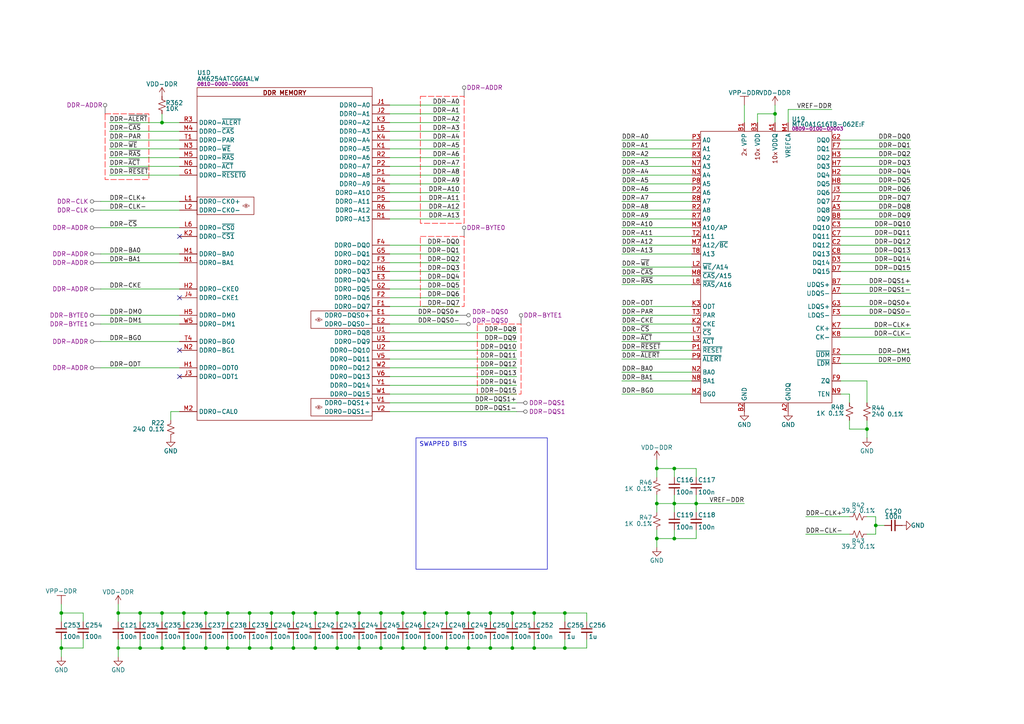
<source format=kicad_sch>
(kicad_sch (version 20250114) (generator "eeschema") (generator_version "9.0")
  (paper "A4")
  (title_block (title "Benchy Motherboard AM625 - DDR Memory") (rev "REV1") (company "Daxxn Industries") (comment 4 "Small net labels (≤0.65) are for clarity and do not connect to other nets."))
  (lib_symbols
    (symbol "DX_Capacitor_Ceramic:CL03A104KP3NNNC" (pin_numbers (hide yes)) (pin_names (hide yes))
      (property "Reference" "C" (at 2.794 1.778 0))
      (property "Value" "100n" (at 2.794 0 0))
      (symbol "CL03A104KP3NNNC_1_1"
        (pin passive line (at 0 2.54 270) (length 2.032) (name "~") (number "1"))
        (pin passive line (at 0 -2.54 90) (length 2.032) (name "~") (number "2"))
      )
    )
    (symbol "DX_Capacitor_Ceramic:CL03A105KQ3CSNC" (pin_numbers (hide yes)) (pin_names (hide yes))
      (property "Reference" "C" (at 2.794 1.778 0))
      (property "Value" "1u" (at 2.794 0 0))
      (symbol "CL03A105KQ3CSNC_1_1"
        (pin passive line (at 0 2.54 270) (length 2.032) (name "~") (number "1"))
        (pin passive line (at 0 -2.54 90) (length 2.032) (name "~") (number "2"))
      )
    )
    (symbol "DX_Device_Power:VDD-DDR" (power) (in_bom no) (on_board no)
      (property "Value" "VDD-DDR" (at 0 3.556 0))
      (symbol "VDD-DDR_0_0"
        (pin power_in line (at 0 0 90) (length 0) (hide yes) (name "VDD-DDR") (number "1"))
      )
    )
    (symbol "DX_Device_Power:VPP-DDR" (power) (in_bom no) (on_board no)
      (property "Value" "VPP-DDR" (at 0 3.81 0))
      (symbol "VPP-DDR_0_0"
        (pin power_in line (at 0 0 90) (length 0) (hide yes) (name "VPP-DDR") (number "1"))
      )
    )
    (symbol "DX_IC_MPU:AM6254ATCGGAALW"
      (property "Reference" "U" (at 0 3.556 0))
      (property "Value" "AM6254ATCGGAALW" (at 0 2.032 0))
      (property "PartNumber" "0810-0000-00001" (at 0 0.762 0))
      (symbol "AM6254ATCGGAALW_1_1"
        (text "x62" (at 5.08 -116.84 0) (effects (font (size 1.27 1.27)) (justify left)))
        (text "x2" (at 9.144 -10.16 0) (effects (font (size 1.27 1.27)) (justify left)))
        (text "x2" (at 9.144 -12.7 0) (effects (font (size 1.27 1.27)) (justify left)))
        (text "x2" (at 9.144 -15.24 0) (effects (font (size 1.27 1.27)) (justify left)))
        (text "x4" (at 9.144 -17.78 0) (effects (font (size 1.27 1.27)) (justify left)))
        (text "x4" (at 10.16 -66.04 0) (effects (font (size 1.27 1.27)) (justify left)))
        (text "x17" (at 10.16 -71.12 0) (effects (font (size 1.27 1.27)) (justify left)))
        (text "x8" (at 11.176 -73.66 0) (effects (font (size 1.27 1.27)) (justify left)))
        (text "x2" (at 12.446 -27.94 0) (effects (font (size 1.27 1.27)) (justify left)))
        (text "POWER" (at 12.7 -2.54 0) (effects (font (size 2 2) (bold yes))))
        (text "x2" (at 16.764 -53.34 0) (effects (font (size 1.27 1.27)) (justify left)))
        (pin power_in line (at -5.08 -5.08 0) (length 5.08) (name "VDDA-3P3-USB") (number "Y13"))
        (pin power_in line (at -5.08 -10.16 0) (length 5.08) (name "VDDSHV0") (number "F15"))
        (pin power_in line (at -5.08 -10.16 0) (length 5.08) (hide yes) (name "VDDSHV0") (number "G14"))
        (pin power_in line (at -5.08 -12.7 0) (length 5.08) (hide yes) (name "VDDSHV1") (number "L18"))
        (pin power_in line (at -5.08 -12.7 0) (length 5.08) (name "VDDSHV1") (number "M19"))
        (pin power_in line (at -5.08 -15.24 0) (length 5.08) (hide yes) (name "VDDSHV2") (number "W16"))
        (pin power_in line (at -5.08 -15.24 0) (length 5.08) (name "VDDSHV2") (number "W19"))
        (pin power_in line (at -5.08 -17.78 0) (length 5.08) (hide yes) (name "VDDSHV3") (number "N18"))
        (pin power_in line (at -5.08 -17.78 0) (length 5.08) (hide yes) (name "VDDSHV3") (number "P18"))
        (pin power_in line (at -5.08 -17.78 0) (length 5.08) (name "VDDSHV3") (number "T19"))
        (pin power_in line (at -5.08 -17.78 0) (length 5.08) (hide yes) (name "VDDSHV3") (number "U18"))
        (pin power_in line (at -5.08 -20.32 0) (length 5.08) (name "VDDSHV4") (number "T7"))
        (pin power_in line (at -5.08 -22.86 0) (length 5.08) (name "VDDSHV5") (number "G17"))
        (pin power_in line (at -5.08 -25.4 0) (length 5.08) (name "VDDSHV6") (number "J18"))
        (pin power_in line (at -5.08 -27.94 0) (length 5.08) (name "VDDSHV-MCU") (number "F11"))
        (pin power_in line (at -5.08 -27.94 0) (length 5.08) (hide yes) (name "VDDSHV-MCU") (number "G12"))
        (pin power_in line (at -5.08 -30.48 0) (length 5.08) (name "VDDSHV-CANUART") (number "H9"))
        (pin power_in line (at -5.08 -35.56 0) (length 5.08) (name "VDDA-MCU") (number "L11"))
        (pin power_in line (at -5.08 -38.1 0) (length 5.08) (name "VDDA-PLL0") (number "U11"))
        (pin power_in line (at -5.08 -40.64 0) (length 5.08) (name "VDDA-PLL1") (number "U15"))
        (pin power_in line (at -5.08 -43.18 0) (length 5.08) (name "VDDA-PLL2") (number "L14"))
        (pin power_in line (at -5.08 -45.72 0) (length 5.08) (name "VDDA-TEMP0") (number "T9"))
        (pin power_in line (at -5.08 -48.26 0) (length 5.08) (name "VDDA-TEMP1") (number "G16"))
        (pin power_in line (at -5.08 -50.8 0) (length 5.08) (name "VDDA-1P8-CSIRX0") (number "W14"))
        (pin power_in line (at -5.08 -53.34 0) (length 5.08) (name "VDDA-1P8-OLDI0") (number "W10"))
        (pin power_in line (at -5.08 -53.34 0) (length 5.08) (hide yes) (name "VDDA-1P8-OLDI0") (number "W9"))
        (pin power_in line (at -5.08 -55.88 0) (length 5.08) (name "VDDA-1P8-USB") (number "Y11"))
        (pin power_in line (at -5.08 -58.42 0) (length 5.08) (name "VDDS-OSC0") (number "G7"))
        (pin power_in line (at -5.08 -63.5 0) (length 5.08) (name "VDDS-DDR-C") (number "M9"))
        (pin power_in line (at -5.08 -66.04 0) (length 5.08) (name "VDDS-DDR") (number "K9"))
        (pin power_in line (at -5.08 -66.04 0) (length 5.08) (hide yes) (name "VDDS-DDR") (number "L8"))
        (pin power_in line (at -5.08 -66.04 0) (length 5.08) (hide yes) (name "VDDS-DDR") (number "P9"))
        (pin power_in line (at -5.08 -66.04 0) (length 5.08) (hide yes) (name "VDDS-DDR") (number "R8"))
        (pin power_in line (at -5.08 -71.12 0) (length 5.08) (name "VDD_CORE") (number "H8"))
        (pin power_in line (at -5.08 -71.12 0) (length 5.08) (hide yes) (name "VDD_CORE") (number "J11"))
        (pin power_in line (at -5.08 -71.12 0) (length 5.08) (hide yes) (name "VDD_CORE") (number "J14"))
        (pin power_in line (at -5.08 -71.12 0) (length 5.08) (hide yes) (name "VDD_CORE") (number "K17"))
        (pin power_in line (at -5.08 -71.12 0) (length 5.08) (hide yes) (name "VDD_CORE") (number "L12"))
        (pin power_in line (at -5.08 -71.12 0) (length 5.08) (hide yes) (name "VDD_CORE") (number "L15"))
        (pin power_in line (at -5.08 -71.12 0) (length 5.08) (hide yes) (name "VDD_CORE") (number "M16"))
        (pin power_in line (at -5.08 -71.12 0) (length 5.08) (hide yes) (name "VDD_CORE") (number "N11"))
        (pin power_in line (at -5.08 -71.12 0) (length 5.08) (hide yes) (name "VDD_CORE") (number "N13"))
        (pin power_in line (at -5.08 -71.12 0) (length 5.08) (hide yes) (name "VDD_CORE") (number "N8"))
        (pin power_in line (at -5.08 -71.12 0) (length 5.08) (hide yes) (name "VDD_CORE") (number "P17"))
        (pin power_in line (at -5.08 -71.12 0) (length 5.08) (hide yes) (name "VDD_CORE") (number "R11"))
        (pin power_in line (at -5.08 -71.12 0) (length 5.08) (hide yes) (name "VDD_CORE") (number "R14"))
        (pin power_in line (at -5.08 -71.12 0) (length 5.08) (hide yes) (name "VDD_CORE") (number "U12"))
        (pin power_in line (at -5.08 -71.12 0) (length 5.08) (hide yes) (name "VDD_CORE") (number "V15"))
        (pin power_in line (at -5.08 -71.12 0) (length 5.08) (hide yes) (name "VDD_CORE") (number "V17"))
        (pin power_in line (at -5.08 -71.12 0) (length 5.08) (hide yes) (name "VDD_CORE") (number "V8"))
        (pin power_in line (at -5.08 -73.66 0) (length 5.08) (name "VDDR-CORE") (number "J12"))
        (pin power_in line (at -5.08 -73.66 0) (length 5.08) (hide yes) (name "VDDR-CORE") (number "K16"))
        (pin power_in line (at -5.08 -73.66 0) (length 5.08) (hide yes) (name "VDDR-CORE") (number "N12"))
        (pin power_in line (at -5.08 -73.66 0) (length 5.08) (hide yes) (name "VDDR-CORE") (number "N14"))
        (pin power_in line (at -5.08 -73.66 0) (length 5.08) (hide yes) (name "VDDR-CORE") (number "P16"))
        (pin power_in line (at -5.08 -73.66 0) (length 5.08) (hide yes) (name "VDDR-CORE") (number "R12"))
        (pin power_in line (at -5.08 -73.66 0) (length 5.08) (hide yes) (name "VDDR-CORE") (number "T10"))
        (pin power_in line (at -5.08 -73.66 0) (length 5.08) (hide yes) (name "VDDR-CORE") (number "U14"))
        (pin power_in line (at -5.08 -76.2 0) (length 5.08) (name "VDD-CANUART") (number "F8"))
        (pin power_in line (at -5.08 -78.74 0) (length 5.08) (name "VDDA-CORE-CSIRX0") (number "W13"))
        (pin power_in line (at -5.08 -81.28 0) (length 5.08) (name "VDDA-CORE-USB") (number "W12"))
        (pin power_in line (at -5.08 -86.36 0) (length 5.08) (name "CAP-VDDS-CANUART") (number "G9"))
        (pin power_in line (at -5.08 -88.9 0) (length 5.08) (name "CAP-VDDS0") (number "H15"))
        (pin power_in line (at -5.08 -91.44 0) (length 5.08) (name "CAP-VDDS1") (number "K18"))
        (pin power_in line (at -5.08 -93.98 0) (length 5.08) (name "CAP-VDDS2") (number "W17"))
        (pin power_in line (at -5.08 -96.52 0) (length 5.08) (name "CAP-VDDS3") (number "P19"))
        (pin power_in line (at -5.08 -99.06 0) (length 5.08) (name "CAP-VDDS4") (number "U7"))
        (pin power_in line (at -5.08 -101.6 0) (length 5.08) (name "CAP-VDDS5") (number "H17"))
        (pin power_in line (at -5.08 -104.14 0) (length 5.08) (name "CAP-VDDS6") (number "J19"))
        (pin power_in line (at -5.08 -106.68 0) (length 5.08) (name "CAP-VDDS-MCU") (number "H11"))
        (pin power_in line (at -5.08 -116.84 0) (length 5.08) (name "VSS") (number "A1"))
        (pin power_in line (at -5.08 -116.84 0) (length 5.08) (hide yes) (name "VSS") (number "A24"))
        (pin power_in line (at -5.08 -116.84 0) (length 5.08) (hide yes) (name "VSS") (number "A25"))
        (pin power_in line (at -5.08 -116.84 0) (length 5.08) (hide yes) (name "VSS") (number "AA11"))
        (pin power_in line (at -5.08 -116.84 0) (length 5.08) (hide yes) (name "VSS") (number "AB9"))
        (pin power_in line (at -5.08 -116.84 0) (length 5.08) (hide yes) (name "VSS") (number "AD1"))
        (pin power_in line (at -5.08 -116.84 0) (length 5.08) (hide yes) (name "VSS") (number "AD12"))
        (pin power_in line (at -5.08 -116.84 0) (length 5.08) (hide yes) (name "VSS") (number "AD16"))
        (pin power_in line (at -5.08 -116.84 0) (length 5.08) (hide yes) (name "VSS") (number "AD25"))
        (pin power_in line (at -5.08 -116.84 0) (length 5.08) (hide yes) (name "VSS") (number "AD9"))
        (pin power_in line (at -5.08 -116.84 0) (length 5.08) (hide yes) (name "VSS") (number "AE1"))
        (pin power_in line (at -5.08 -116.84 0) (length 5.08) (hide yes) (name "VSS") (number "AE12"))
        (pin power_in line (at -5.08 -116.84 0) (length 5.08) (hide yes) (name "VSS") (number "AE16"))
        (pin power_in line (at -5.08 -116.84 0) (length 5.08) (hide yes) (name "VSS") (number "AE24"))
        (pin power_in line (at -5.08 -116.84 0) (length 5.08) (hide yes) (name "VSS") (number "AE25"))
        (pin power_in line (at -5.08 -116.84 0) (length 5.08) (hide yes) (name "VSS") (number "AE8"))
        (pin power_in line (at -5.08 -116.84 0) (length 5.08) (hide yes) (name "VSS") (number "B25"))
        (pin power_in line (at -5.08 -116.84 0) (length 5.08) (hide yes) (name "VSS") (number "F13"))
        (pin power_in line (at -5.08 -116.84 0) (length 5.08) (hide yes) (name "VSS") (number "G13"))
        (pin power_in line (at -5.08 -116.84 0) (length 5.08) (hide yes) (name "VSS") (number "G19"))
        (pin power_in line (at -5.08 -116.84 0) (length 5.08) (hide yes) (name "VSS") (number "H13"))
        (pin power_in line (at -5.08 -116.84 0) (length 5.08) (hide yes) (name "VSS") (number "H16"))
        (pin power_in line (at -5.08 -116.84 0) (length 5.08) (hide yes) (name "VSS") (number "H18"))
        (pin power_in line (at -5.08 -116.84 0) (length 5.08) (hide yes) (name "VSS") (number "H20"))
        (pin power_in line (at -5.08 -116.84 0) (length 5.08) (hide yes) (name "VSS") (number "J13"))
        (pin power_in line (at -5.08 -116.84 0) (length 5.08) (hide yes) (name "VSS") (number "J7"))
        (pin power_in line (at -5.08 -116.84 0) (length 5.08) (hide yes) (name "VSS") (number "K13"))
        (pin power_in line (at -5.08 -116.84 0) (length 5.08) (hide yes) (name "VSS") (number "K15"))
        (pin power_in line (at -5.08 -116.84 0) (length 5.08) (hide yes) (name "VSS") (number "K19"))
        (pin power_in line (at -5.08 -116.84 0) (length 5.08) (hide yes) (name "VSS") (number "K7"))
        (pin power_in line (at -5.08 -116.84 0) (length 5.08) (hide yes) (name "VSS") (number "L20"))
        (pin power_in line (at -5.08 -116.84 0) (length 5.08) (hide yes) (name "VSS") (number "M10"))
        (pin power_in line (at -5.08 -116.84 0) (length 5.08) (hide yes) (name "VSS") (number "M12"))
        (pin power_in line (at -5.08 -116.84 0) (length 5.08) (hide yes) (name "VSS") (number "M13"))
        (pin power_in line (at -5.08 -116.84 0) (length 5.08) (hide yes) (name "VSS") (number "M17"))
        (pin power_in line (at -5.08 -116.84 0) (length 5.08) (hide yes) (name "VSS") (number "M18"))
        (pin power_in line (at -5.08 -116.84 0) (length 5.08) (hide yes) (name "VSS") (number "M7"))
        (pin power_in line (at -5.08 -116.84 0) (length 5.08) (hide yes) (name "VSS") (number "M8"))
        (pin power_in line (at -5.08 -116.84 0) (length 5.08) (hide yes) (name "VSS") (number "N15"))
        (pin power_in line (at -5.08 -116.84 0) (length 5.08) (hide yes) (name "VSS") (number "P10"))
        (pin power_in line (at -5.08 -116.84 0) (length 5.08) (hide yes) (name "VSS") (number "P13"))
        (pin power_in line (at -5.08 -116.84 0) (length 5.08) (hide yes) (name "VSS") (number "P7"))
        (pin power_in line (at -5.08 -116.84 0) (length 5.08) (hide yes) (name "VSS") (number "R13"))
        (pin power_in line (at -5.08 -116.84 0) (length 5.08) (hide yes) (name "VSS") (number "R15"))
        (pin power_in line (at -5.08 -116.84 0) (length 5.08) (hide yes) (name "VSS") (number "R18"))
        (pin power_in line (at -5.08 -116.84 0) (length 5.08) (hide yes) (name "VSS") (number "R20"))
        (pin power_in line (at -5.08 -116.84 0) (length 5.08) (hide yes) (name "VSS") (number "T13"))
        (pin power_in line (at -5.08 -116.84 0) (length 5.08) (hide yes) (name "VSS") (number "T14"))
        (pin power_in line (at -5.08 -116.84 0) (length 5.08) (hide yes) (name "VSS") (number "T16"))
        (pin power_in line (at -5.08 -116.84 0) (length 5.08) (hide yes) (name "VSS") (number "T17"))
        (pin power_in line (at -5.08 -116.84 0) (length 5.08) (hide yes) (name "VSS") (number "T18"))
        (pin power_in line (at -5.08 -116.84 0) (length 5.08) (hide yes) (name "VSS") (number "T8"))
        (pin power_in line (at -5.08 -116.84 0) (length 5.08) (hide yes) (name "VSS") (number "U19"))
        (pin power_in line (at -5.08 -116.84 0) (length 5.08) (hide yes) (name "VSS") (number "U8"))
        (pin power_in line (at -5.08 -116.84 0) (length 5.08) (hide yes) (name "VSS") (number "V10"))
        (pin power_in line (at -5.08 -116.84 0) (length 5.08) (hide yes) (name "VSS") (number "V11"))
        (pin power_in line (at -5.08 -116.84 0) (length 5.08) (hide yes) (name "VSS") (number "V13"))
        (pin power_in line (at -5.08 -116.84 0) (length 5.08) (hide yes) (name "VSS") (number "V16"))
        (pin power_in line (at -5.08 -116.84 0) (length 5.08) (hide yes) (name "VSS") (number "V18"))
        (pin power_in line (at -5.08 -116.84 0) (length 5.08) (hide yes) (name "VSS") (number "V9"))
        (pin power_in line (at -5.08 -116.84 0) (length 5.08) (hide yes) (name "VSS") (number "W7"))
        (pin power_in line (at -5.08 -116.84 0) (length 5.08) (hide yes) (name "VSS") (number "Y2"))
        (pin no_connect line (at 11.43 38.1 0) (length 5.08) (hide yes) (name "RSVD0") (number "B1"))
        (pin no_connect line (at 11.43 35.56 0) (length 5.08) (hide yes) (name "RSVD1") (number "A2"))
        (pin no_connect line (at 11.43 33.02 0) (length 5.08) (hide yes) (name "RSVD2") (number "F6"))
        (pin no_connect line (at 11.43 30.48 0) (length 5.08) (hide yes) (name "RSVD3") (number "AE2"))
        (pin no_connect line (at 11.43 27.94 0) (length 5.08) (hide yes) (name "RSVD4") (number "T2"))
        (pin no_connect line (at 11.43 25.4 0) (length 5.08) (hide yes) (name "RSVD5") (number "U4"))
        (pin no_connect line (at 11.43 22.86 0) (length 5.08) (hide yes) (name "RSVD6") (number "AA12"))
        (pin no_connect line (at 11.43 20.32 0) (length 5.08) (hide yes) (name "RSVD7") (number "Y15"))
        (pin no_connect line (at 11.43 17.78 0) (length 5.08) (hide yes) (name "RSVD8") (number "E7"))
        (pin power_in line (at 30.48 -6.35 180) (length 5.08) (name "VPP") (number "J8"))
      )
      (symbol "AM6254ATCGGAALW_2_1"
        (text "CONTROL" (at 19.05 -1.27 0) (effects (font (size 1.27 1.27) (bold yes))))
        (text "MCU" (at 19.05 -24.384 0) (effects (font (size 1.27 1.27) (bold yes))))
        (pin input line (at -5.08 -3.81 0) (length 5.08) (name "~{RESET-REQ}") (number "F20"))
        (pin input line (at -5.08 -6.35 0) (length 5.08) (name "MCU-~{RESET}") (number "E11"))
        (pin input line (at -5.08 -11.43 0) (length 5.08) (name "EXTINTn") (number "D16"))
        (pin input line (at -5.08 -15.24 0) (length 5.08) (name "EXT-REFCLK1") (number "A18"))
        (pin input line (at -5.08 -20.32 0) (length 5.08) (name "~{MCU-POR}") (number "D2"))
        (pin input line (at -5.08 -30.48 0) (length 5.08) (name "MCU-OSC0-XI") (number "B2"))
        (pin output line (at -5.08 -33.02 0) (length 5.08) (name "MCU-OSC0-XO") (number "A3"))
        (pin input line (at -5.08 -40.64 0) (length 5.08) (name "WKUP-LFOSC0-XI") (number "C2"))
        (pin output line (at -5.08 -43.18 0) (length 5.08) (name "WKUP-LFOSC0-XO") (number "C1"))
        (pin bidirectional line (at -5.08 -50.8 0) (length 5.08) (name "MCU-UART0-TXD") (number "A5"))
        (pin input line (at -5.08 -53.34 0) (length 5.08) (name "MCU-UART0-RXD") (number "B5"))
        (pin bidirectional line (at -5.08 -55.88 0) (length 5.08) (name "MCU-UART0-CTSn") (number "A6"))
        (pin output line (at -5.08 -58.42 0) (length 5.08) (name "MCU-UART0-RTSn") (number "B6"))
        (pin output line (at 43.18 -3.81 180) (length 5.08) (name "~{RESETSTA}") (number "F22"))
        (pin output line (at 43.18 -6.35 180) (length 5.08) (name "MCU-~{RESET-STAT}") (number "B12"))
        (pin output line (at 43.18 -11.43 180) (length 5.08) (name "PMIC-LPM-EN0") (number "B7"))
        (pin bidirectional line (at 43.18 -15.24 180) (length 5.08) (name "MCU-~{ERROR}") (number "D1"))
        (pin output line (at 43.18 -20.32 180) (length 5.08) (name "~{POR}-OUT") (number "E21"))
        (pin bidirectional line (at 43.18 -27.94 180) (length 5.08) (name "MCU-I2C0-SCL") (number "A8"))
        (pin bidirectional line (at 43.18 -30.48 180) (length 5.08) (name "MCU-I2C0-SDA") (number "D10"))
        (pin input line (at 43.18 -35.56 180) (length 5.08) (name "MCU-MCAN0-RX") (number "B3"))
        (pin output line (at 43.18 -38.1 180) (length 5.08) (name "MCU-MCAN0-TX") (number "D6"))
        (pin input line (at 43.18 -40.64 180) (length 5.08) (name "MCU-MCAN1-RX") (number "D4"))
        (pin output line (at 43.18 -43.18 180) (length 5.08) (name "MCU-MCAN1-TX") (number "E5"))
        (pin bidirectional line (at 43.18 -48.26 180) (length 5.08) (name "MCU-SPI0-CLK") (number "A7"))
        (pin bidirectional line (at 43.18 -50.8 180) (length 5.08) (name "MCU-SPI0-D0") (number "D9"))
        (pin bidirectional line (at 43.18 -53.34 180) (length 5.08) (name "MCU-SPI0-D1") (number "C9"))
        (pin bidirectional line (at 43.18 -55.88 180) (length 5.08) (name "MCU-SPI0-CS0") (number "E8"))
        (pin bidirectional line (at 43.18 -58.42 180) (length 5.08) (name "MCU-SPI0-CS1") (number "B8"))
      )
      (symbol "AM6254ATCGGAALW_3_1"
        (text "DEBUG" (at 6.35 -1.524 0) (effects (font (size 1.27 1.27) (bold yes))))
        (pin bidirectional line (at -5.08 -5.08 0) (length 5.08) (name "EMU0") (number "E12"))
        (pin bidirectional line (at -5.08 -7.62 0) (length 5.08) (name "EMU1") (number "C11"))
        (pin input line (at -5.08 -12.7 0) (length 5.08) (name "TCK") (number "A10"))
        (pin input line (at -5.08 -15.24 0) (length 5.08) (name "TDI") (number "A11"))
        (pin output line (at -5.08 -17.78 0) (length 5.08) (name "TDO") (number "D12"))
        (pin input line (at -5.08 -20.32 0) (length 5.08) (name "TMS") (number "B11"))
        (pin input line (at -5.08 -22.86 0) (length 5.08) (name "~{TRST}") (number "B10"))
      )
      (symbol "AM6254ATCGGAALW_4_1"
        (text "DDR MEMORY" (at 25.4 -1.524 0) (effects (font (size 1.27 1.27) (bold yes))))
        (pin bidirectional line (at -5.08 -10.16 0) (length 5.08) (name "DDR0-~{ALERT}") (number "R3"))
        (pin output line (at -5.08 -12.7 0) (length 5.08) (name "DDR0-~{CAS}") (number "M4"))
        (pin output line (at -5.08 -15.24 0) (length 5.08) (name "DDR0-PAR") (number "T1"))
        (pin output line (at -5.08 -17.78 0) (length 5.08) (name "DDR0-~{WE}") (number "N3"))
        (pin output line (at -5.08 -20.32 0) (length 5.08) (name "DDR0-~{RAS}") (number "M5"))
        (pin output line (at -5.08 -22.86 0) (length 5.08) (name "DDR0-~{ACT}") (number "N6"))
        (pin output line (at -5.08 -25.4 0) (length 5.08) (name "DDR0-~{RESET0}") (number "G1"))
        (pin output line (at -5.08 -33.02 0) (length 5.08) (name "DDR0-CK0+") (number "L1"))
        (pin output line (at -5.08 -35.56 0) (length 5.08) (name "DDR0-CK0-") (number "L2"))
        (pin output line (at -5.08 -40.64 0) (length 5.08) (name "DDR0-~{CS0}") (number "L6"))
        (pin output line (at -5.08 -43.18 0) (length 5.08) (name "DDR0-~{CS1}") (number "K2"))
        (pin output line (at -5.08 -48.26 0) (length 5.08) (name "DDR0-BA0") (number "M1"))
        (pin output line (at -5.08 -50.8 0) (length 5.08) (name "DDR0-BA1") (number "N1"))
        (pin output line (at -5.08 -58.42 0) (length 5.08) (name "DDR0-CKE0") (number "H2"))
        (pin output line (at -5.08 -60.96 0) (length 5.08) (name "DDR0-CKE1") (number "J4"))
        (pin bidirectional line (at -5.08 -66.04 0) (length 5.08) (name "DDR0-DM0") (number "H5"))
        (pin bidirectional line (at -5.08 -68.58 0) (length 5.08) (name "DDR0-DM1") (number "W5"))
        (pin output line (at -5.08 -73.66 0) (length 5.08) (name "DDR0-BG0") (number "T4"))
        (pin output line (at -5.08 -76.2 0) (length 5.08) (name "DDR0-BG1") (number "N2"))
        (pin output line (at -5.08 -81.28 0) (length 5.08) (name "DDR0-ODT0") (number "H1"))
        (pin output line (at -5.08 -83.82 0) (length 5.08) (name "DDR0-ODT1") (number "J3"))
        (pin passive line (at -5.08 -93.98 0) (length 5.08) (name "DDR0-CAL0") (number "M2"))
        (pin output line (at 55.88 -5.08 180) (length 5.08) (name "DDR0-A0") (number "J1"))
        (pin output line (at 55.88 -7.62 180) (length 5.08) (name "DDR0-A1") (number "J2"))
        (pin output line (at 55.88 -10.16 180) (length 5.08) (name "DDR0-A2") (number "K3"))
        (pin output line (at 55.88 -12.7 180) (length 5.08) (name "DDR0-A3") (number "L5"))
        (pin output line (at 55.88 -15.24 180) (length 5.08) (name "DDR0-A4") (number "K4"))
        (pin output line (at 55.88 -17.78 180) (length 5.08) (name "DDR0-A5") (number "K1"))
        (pin output line (at 55.88 -20.32 180) (length 5.08) (name "DDR0-A6") (number "R2"))
        (pin output line (at 55.88 -22.86 180) (length 5.08) (name "DDR0-A7") (number "P2"))
        (pin output line (at 55.88 -25.4 180) (length 5.08) (name "DDR0-A8") (number "P1"))
        (pin output line (at 55.88 -27.94 180) (length 5.08) (name "DDR0-A9") (number "P4"))
        (pin output line (at 55.88 -30.48 180) (length 5.08) (name "DDR0-A10") (number "R5"))
        (pin output line (at 55.88 -33.02 180) (length 5.08) (name "DDR0-A11") (number "P5"))
        (pin output line (at 55.88 -35.56 180) (length 5.08) (name "DDR0-A12") (number "R6"))
        (pin output line (at 55.88 -38.1 180) (length 5.08) (name "DDR0-A13") (number "R1"))
        (pin bidirectional line (at 55.88 -45.72 180) (length 5.08) (name "DDR0-DQ0") (number "F4"))
        (pin bidirectional line (at 55.88 -48.26 180) (length 5.08) (name "DDR0-DQ1") (number "G5"))
        (pin bidirectional line (at 55.88 -50.8 180) (length 5.08) (name "DDR0-DQ2") (number "F3"))
        (pin bidirectional line (at 55.88 -53.34 180) (length 5.08) (name "DDR0-DQ3") (number "H6"))
        (pin bidirectional line (at 55.88 -55.88 180) (length 5.08) (name "DDR0-DQ4") (number "E3"))
        (pin bidirectional line (at 55.88 -58.42 180) (length 5.08) (name "DDR0-DQ5") (number "G2"))
        (pin bidirectional line (at 55.88 -60.96 180) (length 5.08) (name "DDR0-DQ6") (number "F2"))
        (pin bidirectional line (at 55.88 -63.5 180) (length 5.08) (name "DDR0-DQ7") (number "F1"))
        (pin bidirectional line (at 55.88 -66.04 180) (length 5.08) (name "DDR0-DQS0+") (number "E1"))
        (pin bidirectional line (at 55.88 -68.58 180) (length 5.08) (name "DDR0-DQS0-") (number "E2"))
        (pin bidirectional line (at 55.88 -71.12 180) (length 5.08) (name "DDR0-DQ8") (number "U1"))
        (pin bidirectional line (at 55.88 -73.66 180) (length 5.08) (name "DDR0-DQ9") (number "U3"))
        (pin bidirectional line (at 55.88 -76.2 180) (length 5.08) (name "DDR0-DQ10") (number "U2"))
        (pin bidirectional line (at 55.88 -78.74 180) (length 5.08) (name "DDR0-DQ11") (number "V5"))
        (pin bidirectional line (at 55.88 -81.28 180) (length 5.08) (name "DDR0-DQ12") (number "W2"))
        (pin bidirectional line (at 55.88 -83.82 180) (length 5.08) (name "DDR0-DQ13") (number "V6"))
        (pin bidirectional line (at 55.88 -86.36 180) (length 5.08) (name "DDR0-DQ14") (number "Y1"))
        (pin bidirectional line (at 55.88 -88.9 180) (length 5.08) (name "DDR0-DQ15") (number "W1"))
        (pin bidirectional line (at 55.88 -91.44 180) (length 5.08) (name "DDR0-DQS1+") (number "V1"))
        (pin bidirectional line (at 55.88 -93.98 180) (length 5.08) (name "DDR0-DQS1-") (number "V2"))
      )
      (symbol "AM6254ATCGGAALW_5_1"
        (text "POWER MONITORS" (at 10.16 -1.524 0) (effects (font (size 1.27 1.27) (bold yes))))
        (pin input line (at -5.08 -5.08 0) (length 5.08) (name "VMON-1P8-SOC") (number "G10"))
        (pin input line (at -5.08 -10.16 0) (length 5.08) (name "VMON-3P3-SOC") (number "K10"))
        (pin input line (at -5.08 -15.24 0) (length 5.08) (name "VMON-VSYS") (number "H10"))
      )
      (symbol "AM6254ATCGGAALW_6_1"
        (text "ETHERNET" (at 19.05 -1.524 0) (effects (font (size 1.27 1.27) (bold yes))))
        (pin input line (at -5.08 -5.08 0) (length 5.08) (name "RGMII1-RXC") (number "AD17"))
        (pin input line (at -5.08 -7.62 0) (length 5.08) (name "RGMII1-RX-CTL") (number "AE17"))
        (pin output line (at -5.08 -10.16 0) (length 5.08) (name "RGMII1-TXC") (number "AE19"))
        (pin output line (at -5.08 -12.7 0) (length 5.08) (name "RGMII1-TX-CTL") (number "AD19"))
        (pin input line (at -5.08 -16.51 0) (length 5.08) (name "RGMII1-RD0") (number "AB17"))
        (pin input line (at -5.08 -19.05 0) (length 5.08) (name "RGMII1-RD1") (number "AC17"))
        (pin input line (at -5.08 -21.59 0) (length 5.08) (name "RGMII1-RD2") (number "AB16"))
        (pin input line (at -5.08 -24.13 0) (length 5.08) (name "RGMII1-RD3") (number "AA15"))
        (pin output line (at -5.08 -27.94 0) (length 5.08) (name "RGMII1-TD0") (number "AE20"))
        (pin output line (at -5.08 -30.48 0) (length 5.08) (name "RGMII1-TD1") (number "AD20"))
        (pin output line (at -5.08 -33.02 0) (length 5.08) (name "RGMII1-TD2") (number "AE18"))
        (pin output line (at -5.08 -35.56 0) (length 5.08) (name "RGMII1-TD3") (number "AD18"))
        (pin input line (at 43.18 -5.08 180) (length 5.08) (name "RGMII2-RXC") (number "AD23"))
        (pin input line (at 43.18 -7.62 180) (length 5.08) (name "RGMII2-RX-CTL") (number "AD22"))
        (pin output line (at 43.18 -10.16 180) (length 5.08) (name "RGMII2-TXC") (number "AE21"))
        (pin output line (at 43.18 -12.7 180) (length 5.08) (name "RGMII2-TX-CTL") (number "AA19"))
        (pin input line (at 43.18 -16.51 180) (length 5.08) (name "RGMII2-RD0") (number "AE23"))
        (pin input line (at 43.18 -19.05 180) (length 5.08) (name "RGMII2-RD1") (number "AB20"))
        (pin input line (at 43.18 -21.59 180) (length 5.08) (name "RGMII2-RD2") (number "AC21"))
        (pin input line (at 43.18 -24.13 180) (length 5.08) (name "RGMII2-RD3") (number "AE22"))
        (pin output line (at 43.18 -27.94 180) (length 5.08) (name "RGMII2-TD0") (number "Y18"))
        (pin output line (at 43.18 -30.48 180) (length 5.08) (name "RGMII2-TD1") (number "AA18"))
        (pin output line (at 43.18 -33.02 180) (length 5.08) (name "RGMII2-TD2") (number "AD21"))
        (pin output line (at 43.18 -35.56 180) (length 5.08) (name "RGMII2-TD3") (number "AC20"))
        (pin output line (at 43.18 -40.64 180) (length 5.08) (name "MDIO0-MDC") (number "AD24"))
        (pin bidirectional line (at 43.18 -43.18 180) (length 5.08) (name "MDIO0-MDIO") (number "AB22"))
      )
      (symbol "AM6254ATCGGAALW_7_1"
        (text "USB" (at 11.43 -1.27 0) (effects (font (size 1.27 1.27) (bold yes))))
        (pin input line (at 27.94 -3.81 180) (length 5.08) (name "USB0-VBUS") (number "AC11"))
        (pin bidirectional line (at 27.94 -11.43 180) (length 5.08) (name "USB0-D+") (number "AD11"))
        (pin bidirectional line (at 27.94 -13.97 180) (length 5.08) (name "USB0-D-") (number "AE11"))
        (pin output line (at 27.94 -21.59 180) (length 5.08) (name "USB0-DRVVBUS") (number "C20"))
        (pin input line (at 27.94 -24.13 180) (length 5.08) (name "USB0-RCALIB") (number "AE10"))
        (pin input line (at 27.94 -31.75 180) (length 5.08) (name "USB1-VBUS") (number "AB10"))
        (pin bidirectional line (at 27.94 -39.37 180) (length 5.08) (name "USB1-D+") (number "AE9"))
        (pin bidirectional line (at 27.94 -41.91 180) (length 5.08) (name "USB1-D-") (number "AD10"))
        (pin output line (at 27.94 -49.53 180) (length 5.08) (name "USB1-DRVVBUS") (number "F18"))
        (pin input line (at 27.94 -52.07 180) (length 5.08) (name "USB1-RCALIB") (number "AC9"))
      )
      (symbol "AM6254ATCGGAALW_8_1"
        (text "CAMERA" (at 8.89 -2.54 0) (effects (font (size 1.27 1.27) (bold yes))))
        (pin input line (at -5.08 -5.08 0) (length 5.08) (name "CSI0-RX0+") (number "AC15"))
        (pin input line (at -5.08 -7.62 0) (length 5.08) (name "CSI0-RX0-") (number "AB14"))
        (pin input line (at -5.08 -12.7 0) (length 5.08) (name "CSI0-RX1+") (number "AE14"))
        (pin input line (at -5.08 -15.24 0) (length 5.08) (name "CSI0-RX1-") (number "AD14"))
        (pin input line (at -5.08 -20.32 0) (length 5.08) (name "CSI0-RX2+") (number "AE13"))
        (pin input line (at -5.08 -22.86 0) (length 5.08) (name "CSI0-RX2-") (number "AD13"))
        (pin input line (at -5.08 -27.94 0) (length 5.08) (name "CSI0-RX3+") (number "AC13"))
        (pin input line (at -5.08 -30.48 0) (length 5.08) (name "CSI0-RX3-") (number "AB12"))
        (pin input line (at -5.08 -35.56 0) (length 5.08) (name "CSI0-RXCLK+") (number "AE15"))
        (pin input line (at -5.08 -38.1 0) (length 5.08) (name "CSI0-RXCLK-") (number "AD15"))
        (pin input line (at -5.08 -43.18 0) (length 5.08) (name "CSI0-RXRCALIB") (number "AA14"))
      )
      (symbol "AM6254ATCGGAALW_9_1"
        (text "OCTAL SPI MEMORY" (at 11.43 -1.524 0) (effects (font (size 1.27 1.27) (bold yes))))
        (pin output line (at -5.08 -5.08 0) (length 5.08) (name "OSPI0-CLK") (number "H24"))
        (pin bidirectional line (at -5.08 -7.62 0) (length 5.08) (name "OSPI0-LBCLKO") (number "G25"))
        (pin input line (at -5.08 -10.16 0) (length 5.08) (name "OSPI0-DQS") (number "J24"))
        (pin output line (at -5.08 -17.78 0) (length 5.08) (name "OSPI0-~{CS}0") (number "F23"))
        (pin output line (at -5.08 -20.32 0) (length 5.08) (name "OSPI0-~{CS}1") (number "G21") (alternate "GPIO0-12" bidirectional line))
        (pin output line (at -5.08 -22.86 0) (length 5.08) (name "OSPI0-~{CS}2") (number "H21") (alternate "GPIO0-13" bidirectional line))
        (pin output line (at -5.08 -25.4 0) (length 5.08) (name "OSPI0-~{CS}3") (number "E24") (alternate "OSPI0-RESET-OUT0" output line))
        (pin bidirectional line (at -5.08 -30.48 0) (length 5.08) (name "OSPI0-D0") (number "E25"))
        (pin bidirectional line (at -5.08 -33.02 0) (length 5.08) (name "OSPI0-D1") (number "G24"))
        (pin bidirectional line (at -5.08 -35.56 0) (length 5.08) (name "OSPI0-D2") (number "F25"))
        (pin bidirectional line (at -5.08 -38.1 0) (length 5.08) (name "OSPI0-D3") (number "F24"))
        (pin bidirectional line (at -5.08 -40.64 0) (length 5.08) (name "OSPI0-D4") (number "J23"))
        (pin bidirectional line (at -5.08 -43.18 0) (length 5.08) (name "OSPI0-D5") (number "J25"))
        (pin bidirectional line (at -5.08 -45.72 0) (length 5.08) (name "OSPI0-D6") (number "H25"))
        (pin bidirectional line (at -5.08 -48.26 0) (length 5.08) (name "OSPI0-D7") (number "J22"))
      )
      (symbol "AM6254ATCGGAALW_10_1"
        (text "GENERAL SERIAL INTERFACES" (at 19.05 -1.524 0) (effects (font (size 1.27 1.27) (bold yes))))
        (pin bidirectional line (at -5.08 -5.08 0) (length 5.08) (name "GPMC0-AD0") (number "M25") (alternate "GPIO0-15" bidirectional line))
        (pin bidirectional line (at -5.08 -7.62 0) (length 5.08) (name "GPMC0-AD1") (number "N23") (alternate "GPIO0-16" bidirectional line))
        (pin bidirectional line (at -5.08 -10.16 0) (length 5.08) (name "GPMC0-AD2") (number "N24") (alternate "GPIO0-17" bidirectional line))
        (pin bidirectional line (at -5.08 -12.7 0) (length 5.08) (name "GPMC0-AD3") (number "N25") (alternate "GPIO0-18" bidirectional line))
        (pin bidirectional line (at -5.08 -15.24 0) (length 5.08) (name "GPMC0-AD4") (number "P24") (alternate "GPIO0-19" bidirectional line))
        (pin bidirectional line (at -5.08 -17.78 0) (length 5.08) (name "GPMC0-AD5") (number "P22") (alternate "GPIO0-20" bidirectional line))
        (pin bidirectional line (at -5.08 -20.32 0) (length 5.08) (name "GPMC0-AD6") (number "P21") (alternate "GPIO0-21" bidirectional line))
        (pin bidirectional line (at -5.08 -22.86 0) (length 5.08) (name "GPMC0-AD7") (number "R23") (alternate "GPIO0-22" bidirectional line))
        (pin bidirectional line (at -5.08 -25.4 0) (length 5.08) (name "GPMC0-AD8") (number "R24") (alternate "VOUT0-DATA16" output line))
        (pin bidirectional line (at -5.08 -27.94 0) (length 5.08) (name "GPMC0-AD9") (number "R25") (alternate "VOUT0-DATA17" output line))
        (pin bidirectional line (at -5.08 -30.48 0) (length 5.08) (name "GPMC0-AD10") (number "T25") (alternate "VOUT0-DATA18" output line))
        (pin bidirectional line (at -5.08 -33.02 0) (length 5.08) (name "GPMC0-AD11") (number "R21") (alternate "VOUT0-DATA19" output line))
        (pin bidirectional line (at -5.08 -35.56 0) (length 5.08) (name "GPMC0-AD12") (number "T22") (alternate "VOUT0-DATA20" output line))
        (pin bidirectional line (at -5.08 -38.1 0) (length 5.08) (name "GPMC0-AD13") (number "T24") (alternate "VOUT0-DATA21" output line))
        (pin bidirectional line (at -5.08 -40.64 0) (length 5.08) (name "GPMC0-AD14") (number "U25") (alternate "VOUT0-DATA22" output line))
        (pin bidirectional line (at -5.08 -43.18 0) (length 5.08) (name "GPMC0-AD15") (number "U24") (alternate "VOUT0-DATA23" output line))
        (pin output line (at -5.08 -46.99 0) (length 5.08) (name "GPMC0-~{CS}0") (number "M21") (alternate "GPIO0-41" bidirectional line))
        (pin output line (at -5.08 -49.53 0) (length 5.08) (name "GPMC0-~{CS}1") (number "L21") (alternate "GPIO0-42" bidirectional line))
        (pin output line (at -5.08 -52.07 0) (length 5.08) (name "GPMC0-~{CS}2") (number "K22") (alternate "GPIO0-43" bidirectional line))
        (pin output line (at -5.08 -54.61 0) (length 5.08) (name "GPMC0-~{CS}3") (number "K24") (alternate "GPIO0-44" bidirectional line))
        (pin input line (at -5.08 -58.42 0) (length 5.08) (name "GPMC0-WAIT0") (number "U23") (alternate "GPIO0-37" bidirectional line))
        (pin input line (at -5.08 -60.96 0) (length 5.08) (name "GPMC0-WAIT1") (number "V25") (alternate "GPIO0-38" bidirectional line))
        (pin output line (at -5.08 -64.77 0) (length 5.08) (name "GPMC0-BE0n-CLE") (number "M24") (alternate "GPIO0-35" bidirectional line))
        (pin output line (at -5.08 -67.31 0) (length 5.08) (name "GPMC0-BE1n") (number "N20") (alternate "GPIO0-36" bidirectional line))
        (pin output line (at -5.08 -71.12 0) (length 5.08) (name "GPMC0-CLK") (number "P25") (alternate "GPIO0-31" bidirectional line))
        (pin output line (at -5.08 -73.66 0) (length 5.08) (name "GPMC0-ADVn-ALE") (number "L23") (alternate "GPIO0-32" bidirectional line))
        (pin output line (at -5.08 -76.2 0) (length 5.08) (name "GPMC0-DIR") (number "M22") (alternate "GPIO0-40" bidirectional line))
        (pin output line (at -5.08 -78.74 0) (length 5.08) (name "GPMC0-OEn-REn") (number "L24") (alternate "GPIO0-33" bidirectional line))
        (pin output line (at -5.08 -81.28 0) (length 5.08) (name "GPMC0-WEn") (number "L25") (alternate "GPIO0-34" bidirectional line))
        (pin output line (at -5.08 -83.82 0) (length 5.08) (name "GPMC0-WPn") (number "K25") (alternate "GPIO0-39" bidirectional line))
        (pin input line (at 43.18 -7.62 180) (length 5.08) (name "MCAN0-RX") (number "E15"))
        (pin output line (at 43.18 -10.16 180) (length 5.08) (name "MCAN0-TX") (number "C15"))
        (pin output line (at 43.18 -22.86 180) (length 5.08) (name "UART0-TXD") (number "E14"))
        (pin input line (at 43.18 -25.4 180) (length 5.08) (name "UART0-RXD") (number "D14"))
        (pin output line (at 43.18 -27.94 180) (length 5.08) (name "UART0-~{RTS}") (number "B15"))
        (pin input line (at 43.18 -30.48 180) (length 5.08) (name "UART0-~{CTS}") (number "A15"))
        (pin bidirectional line (at 43.18 -40.64 180) (length 5.08) (name "I2C0-SCL") (number "B16"))
        (pin bidirectional line (at 43.18 -43.18 180) (length 5.08) (name "I2C0-SDA") (number "A16"))
        (pin bidirectional line (at 43.18 -45.72 180) (length 5.08) (name "I2C1-SCL") (number "B17"))
        (pin bidirectional line (at 43.18 -48.26 180) (length 5.08) (name "I2C1-SDA") (number "A17"))
        (pin bidirectional line (at 43.18 -58.42 180) (length 5.08) (name "SPI0-CLK") (number "A14"))
        (pin bidirectional line (at 43.18 -60.96 180) (length 5.08) (name "SPI0-CS0") (number "A13"))
        (pin bidirectional line (at 43.18 -63.5 180) (length 5.08) (name "SPI0-CS1") (number "C13"))
        (pin bidirectional line (at 43.18 -66.04 180) (length 5.08) (name "SPI0-D0") (number "B13") (alternate "EHRPWM1-B" bidirectional line) (alternate "SPI0-DI" input line) (alternate "SPI0-DO" output line))
        (pin bidirectional line (at 43.18 -68.58 180) (length 5.08) (name "SPI0-D1") (number "B14") (alternate "SPI0-DI" input line) (alternate "SPI0-DO" output line))
      )
      (symbol "AM6254ATCGGAALW_11_1"
        (text "MMC MEMORY CONTROLLER" (at 19.05 -1.524 0) (effects (font (size 1.27 1.27) (bold yes))))
        (pin bidirectional line (at -5.08 -5.08 0) (length 5.08) (name "MMC0-CLK") (number "AB1"))
        (pin bidirectional line (at -5.08 -7.62 0) (length 5.08) (name "MMC0-CMD") (number "Y3"))
        (pin bidirectional line (at -5.08 -10.16 0) (length 5.08) (name "MMC0-DAT0") (number "AA2"))
        (pin bidirectional line (at -5.08 -12.7 0) (length 5.08) (name "MMC0-DAT1") (number "AA1") (alternate "EHRPWM1-B" bidirectional line))
        (pin bidirectional line (at -5.08 -15.24 0) (length 5.08) (name "MMC0-DAT2") (number "AA3"))
        (pin bidirectional line (at -5.08 -17.78 0) (length 5.08) (name "MMC0-DAT3") (number "Y4"))
        (pin bidirectional line (at -5.08 -20.32 0) (length 5.08) (name "MMC0-DAT4") (number "AB2"))
        (pin bidirectional line (at -5.08 -22.86 0) (length 5.08) (name "MMC0-DAT5") (number "AC1"))
        (pin bidirectional line (at -5.08 -25.4 0) (length 5.08) (name "MMC0-DAT6") (number "AD2"))
        (pin bidirectional line (at -5.08 -27.94 0) (length 5.08) (name "MMC0-DAT7") (number "AC2"))
        (pin bidirectional line (at 43.18 -5.08 180) (length 5.08) (name "MMC1-CLK") (number "B22"))
        (pin bidirectional line (at 43.18 -7.62 180) (length 5.08) (name "MMC1-CMD") (number "A21"))
        (pin input line (at 43.18 -10.16 180) (length 5.08) (name "MMC1-SDCD") (number "D17"))
        (pin input line (at 43.18 -12.7 180) (length 5.08) (name "MMC1-SDWP") (number "C17") (alternate "GPIO1-49" bidirectional line))
        (pin bidirectional line (at 43.18 -15.24 180) (length 5.08) (name "MMC1-DAT0") (number "A22"))
        (pin bidirectional line (at 43.18 -17.78 180) (length 5.08) (name "MMC1-DAT1") (number "B21"))
        (pin bidirectional line (at 43.18 -20.32 180) (length 5.08) (name "MMC1-DAT2") (number "C21"))
        (pin bidirectional line (at 43.18 -22.86 180) (length 5.08) (name "MMC1-DAT3") (number "D22"))
        (pin bidirectional line (at 43.18 -30.48 180) (length 5.08) (name "MMC2-CLK") (number "D25"))
        (pin bidirectional line (at 43.18 -33.02 180) (length 5.08) (name "MMC2-CMD") (number "C24"))
        (pin input line (at 43.18 -35.56 180) (length 5.08) (name "MMC2-SDCD") (number "A23"))
        (pin input line (at 43.18 -38.1 180) (length 5.08) (name "MMC2-SDWP") (number "B23") (alternate "GPIO0-72" bidirectional line))
        (pin bidirectional line (at 43.18 -40.64 180) (length 5.08) (name "MMC2-DAT0") (number "B24"))
        (pin bidirectional line (at 43.18 -43.18 180) (length 5.08) (name "MMC2-DAT1") (number "C25"))
        (pin bidirectional line (at 43.18 -45.72 180) (length 5.08) (name "MMC2-DAT2") (number "E23"))
        (pin bidirectional line (at 43.18 -48.26 180) (length 5.08) (name "MMC2-DAT3") (number "D24"))
      )
      (symbol "AM6254ATCGGAALW_12_1"
        (text "WAKEUP" (at 11.43 -1.524 0) (effects (font (size 1.27 1.27) (bold yes))))
        (pin output line (at -5.08 -5.08 0) (length 5.08) (name "WKUP-CLKOUT0") (number "A12"))
        (pin bidirectional line (at -5.08 -10.16 0) (length 5.08) (name "WKUP-I2C0-SCL") (number "B9"))
        (pin bidirectional line (at -5.08 -12.7 0) (length 5.08) (name "WKUP-I2C0-SDA") (number "A9"))
        (pin input line (at -5.08 -17.78 0) (length 5.08) (name "WKUP-UART0-~{CTS}") (number "C6"))
        (pin output line (at -5.08 -20.32 0) (length 5.08) (name "WKUP-UART0-~{RTS}") (number "A4"))
        (pin input line (at -5.08 -22.86 0) (length 5.08) (name "WKUP-UART0-RXD") (number "B4"))
        (pin output line (at -5.08 -25.4 0) (length 5.08) (name "WKUP-UART0-TXD") (number "C5"))
      )
      (symbol "AM6254ATCGGAALW_13_1"
        (text "AUDIO INTERFACE" (at 11.43 -1.524 0) (effects (font (size 1.27 1.27) (bold yes))))
        (pin bidirectional line (at -5.08 -5.08 0) (length 5.08) (name "MCASP0-ACLKR") (number "A20"))
        (pin bidirectional line (at -5.08 -7.62 0) (length 5.08) (name "MCASP0-ACLKX") (number "B20") (alternate "EQEP1-A" input line))
        (pin bidirectional line (at -5.08 -12.7 0) (length 5.08) (name "MCASP0-AFSR") (number "E19") (alternate "GPIO1-13" bidirectional line))
        (pin bidirectional line (at -5.08 -15.24 0) (length 5.08) (name "MCASP0-AFSX") (number "D20") (alternate "EQEP1-B" input line))
        (pin bidirectional line (at -5.08 -20.32 0) (length 5.08) (name "MCASP0-AXR0") (number "E18") (alternate "EHRPWM1-B" bidirectional line))
        (pin bidirectional line (at -5.08 -22.86 0) (length 5.08) (name "MCASP0-AXR1") (number "B18") (alternate "GPIO1-9" bidirectional line))
        (pin bidirectional line (at -5.08 -25.4 0) (length 5.08) (name "MCASP0-AXR2") (number "A19") (alternate "EQEP0-B" input line))
        (pin bidirectional line (at -5.08 -27.94 0) (length 5.08) (name "MCASP0-AXR3") (number "B19") (alternate "EQEP0-A" input line))
      )
      (symbol "AM6254ATCGGAALW_14_1"
        (text "LVDS" (at 3.81 -5.08 0) (effects (font (size 1.27 1.27) (bold yes))))
        (text "VIDEO OUTPUT" (at 16.51 -1.524 0) (effects (font (size 1.27 1.27) (bold yes))))
        (text "DSS" (at 29.21 -5.08 0) (effects (font (size 1.27 1.27) (bold yes))))
        (pin bidirectional line (at -5.08 -7.62 0) (length 5.08) (name "OLDI0-A0+") (number "Y6"))
        (pin bidirectional line (at -5.08 -10.16 0) (length 5.08) (name "OLDI0-A0-") (number "AA5"))
        (pin bidirectional line (at -5.08 -12.7 0) (length 5.08) (name "OLDI0-A1+") (number "AB4"))
        (pin bidirectional line (at -5.08 -15.24 0) (length 5.08) (name "OLDI0-A1-") (number "AD3"))
        (pin bidirectional line (at -5.08 -17.78 0) (length 5.08) (name "OLDI0-A2+") (number "AA8"))
        (pin bidirectional line (at -5.08 -20.32 0) (length 5.08) (name "OLDI0-A2-") (number "Y8"))
        (pin bidirectional line (at -5.08 -22.86 0) (length 5.08) (name "OLDI0-A3+") (number "AA7"))
        (pin bidirectional line (at -5.08 -25.4 0) (length 5.08) (name "OLDI0-A3-") (number "AB6"))
        (pin bidirectional line (at -5.08 -27.94 0) (length 5.08) (name "OLDI0-A4+") (number "AC5"))
        (pin bidirectional line (at -5.08 -30.48 0) (length 5.08) (name "OLDI0-A4-") (number "AC6"))
        (pin bidirectional line (at -5.08 -33.02 0) (length 5.08) (name "OLDI0-A5+") (number "AD6"))
        (pin bidirectional line (at -5.08 -35.56 0) (length 5.08) (name "OLDI0-A5-") (number "AE5"))
        (pin bidirectional line (at -5.08 -38.1 0) (length 5.08) (name "OLDI0-A6+") (number "AD7"))
        (pin bidirectional line (at -5.08 -40.64 0) (length 5.08) (name "OLDI0-A6-") (number "AE6"))
        (pin bidirectional line (at -5.08 -43.18 0) (length 5.08) (name "OLDI0-A7+") (number "AE7"))
        (pin bidirectional line (at -5.08 -45.72 0) (length 5.08) (name "OLDI0-A7-") (number "AD8"))
        (pin bidirectional line (at -5.08 -48.26 0) (length 5.08) (name "OLDI0-CLK0+") (number "AE3"))
        (pin bidirectional line (at -5.08 -50.8 0) (length 5.08) (name "OLDI0-CLK0-") (number "AD4"))
        (pin bidirectional line (at -5.08 -53.34 0) (length 5.08) (name "OLDI0-CLK1+") (number "AD5"))
        (pin bidirectional line (at -5.08 -55.88 0) (length 5.08) (name "OLDI0-CLK1-") (number "AE4"))
        (pin output line (at 38.1 -7.62 180) (length 5.08) (name "VOUT0-DE") (number "Y20"))
        (pin output line (at 38.1 -10.16 180) (length 5.08) (name "VOUT0-HSYNC") (number "AB24"))
        (pin output line (at 38.1 -12.7 180) (length 5.08) (name "VOUT0-PCLK") (number "AC24"))
        (pin output line (at 38.1 -15.24 180) (length 5.08) (name "VOUT0-VSYNC") (number "AC25"))
        (pin output line (at 38.1 -17.78 180) (length 5.08) (name "VOUT0-DATA0") (number "U22"))
        (pin output line (at 38.1 -20.32 180) (length 5.08) (name "VOUT0-DATA1") (number "V24"))
        (pin output line (at 38.1 -22.86 180) (length 5.08) (name "VOUT0-DATA2") (number "W25"))
        (pin output line (at 38.1 -25.4 180) (length 5.08) (name "VOUT0-DATA3") (number "W24"))
        (pin output line (at 38.1 -27.94 180) (length 5.08) (name "VOUT0-DATA4") (number "Y25"))
        (pin output line (at 38.1 -30.48 180) (length 5.08) (name "VOUT0-DATA5") (number "Y24"))
        (pin output line (at 38.1 -33.02 180) (length 5.08) (name "VOUT0-DATA6") (number "Y23"))
        (pin output line (at 38.1 -35.56 180) (length 5.08) (name "VOUT0-DATA7") (number "AA25"))
        (pin output line (at 38.1 -38.1 180) (length 5.08) (name "VOUT0-DATA8") (number "V21"))
        (pin output line (at 38.1 -40.64 180) (length 5.08) (name "VOUT0-DATA9") (number "W21"))
        (pin output line (at 38.1 -43.18 180) (length 5.08) (name "VOUT0-DATA10") (number "V20"))
        (pin output line (at 38.1 -45.72 180) (length 5.08) (name "VOUT0-DATA11") (number "AA23"))
        (pin output line (at 38.1 -48.26 180) (length 5.08) (name "VOUT0-DATA12") (number "AB25"))
        (pin output line (at 38.1 -50.8 180) (length 5.08) (name "VOUT0-DATA13") (number "AA24"))
        (pin output line (at 38.1 -53.34 180) (length 5.08) (name "VOUT0-DATA14") (number "Y22"))
        (pin output line (at 38.1 -55.88 180) (length 5.08) (name "VOUT0-DATA15") (number "AA21"))
      )
    )
    (symbol "DX_IC_Memory_DDR:MT40A1G16TB-062E{colon}F"
      (property "Reference" "U" (at 26.416 3.556 0))
      (property "Value" "MT40A1G16TB-062E:F" (at 26.416 2.032 0))
      (property "PartNumber" "0809-0100-00003" (at 26.416 0.762 0))
      (symbol "MT40A1G16TB-062E{colon}F_0_0"
        (pin unspecified line (at -2.54 -2.54 0) (length 2.54) (name "A0") (number "P3"))
        (pin unspecified line (at -2.54 -5.08 0) (length 2.54) (name "A1") (number "P7"))
        (pin unspecified line (at -2.54 -7.62 0) (length 2.54) (name "A2") (number "R3"))
        (pin unspecified line (at -2.54 -10.16 0) (length 2.54) (name "A3") (number "N7"))
        (pin unspecified line (at -2.54 -12.7 0) (length 2.54) (name "A4") (number "N3"))
        (pin unspecified line (at -2.54 -15.24 0) (length 2.54) (name "A5") (number "P8"))
        (pin unspecified line (at -2.54 -17.78 0) (length 2.54) (name "A6") (number "P2"))
        (pin unspecified line (at -2.54 -20.32 0) (length 2.54) (name "A7") (number "R8"))
        (pin unspecified line (at -2.54 -22.86 0) (length 2.54) (name "A8") (number "R2"))
        (pin unspecified line (at -2.54 -25.4 0) (length 2.54) (name "A9") (number "R7"))
        (pin unspecified line (at -2.54 -27.94 0) (length 2.54) (name "A10/AP") (number "M3"))
        (pin unspecified line (at -2.54 -30.48 0) (length 2.54) (name "A11") (number "T2"))
        (pin unspecified line (at -2.54 -33.02 0) (length 2.54) (name "A12/~{BC}") (number "M7"))
        (pin unspecified line (at -2.54 -35.56 0) (length 2.54) (name "A13") (number "T8"))
        (pin unspecified line (at -2.54 -39.37 0) (length 2.54) (name "~{WE}/A14") (number "L2"))
        (pin unspecified line (at -2.54 -41.91 0) (length 2.54) (name "~{CAS}/A15") (number "M8"))
        (pin unspecified line (at -2.54 -44.45 0) (length 2.54) (name "~{RAS}/A16") (number "L8"))
        (pin unspecified line (at -2.54 -50.8 0) (length 2.54) (name "ODT") (number "K3"))
        (pin unspecified line (at -2.54 -53.34 0) (length 2.54) (name "PAR") (number "T3"))
        (pin unspecified line (at -2.54 -55.88 0) (length 2.54) (name "CKE") (number "K2"))
        (pin unspecified line (at -2.54 -58.42 0) (length 2.54) (name "~{CS}") (number "L7"))
        (pin unspecified line (at -2.54 -60.96 0) (length 2.54) (name "~{ACT}") (number "L3"))
        (pin unspecified line (at -2.54 -63.5 0) (length 2.54) (name "~{RESET}") (number "P1"))
        (pin unspecified line (at -2.54 -66.04 0) (length 2.54) (name "~{ALERT}") (number "P9"))
        (pin unspecified line (at -2.54 -69.85 0) (length 2.54) (name "BA0") (number "N2"))
        (pin unspecified line (at -2.54 -72.39 0) (length 2.54) (name "BA1") (number "N8"))
        (pin unspecified line (at -2.54 -76.2 0) (length 2.54) (name "BG0") (number "M2"))
        (pin unspecified line (at 6.35 -13.97 270) (length 2.54) (hide yes) (name "NC") (number "T7"))
        (pin unspecified line (at 12.7 2.54 270) (length 2.54) (name "VPP") (number "B1"))
        (pin unspecified line (at 12.7 2.54 270) (length 2.54) (hide yes) (name "VPP") (number "R9"))
        (pin unspecified line (at 12.7 -81.28 90) (length 2.54) (name "GND") (number "B2"))
        (pin unspecified line (at 12.7 -81.28 90) (length 2.54) (hide yes) (name "GND") (number "E1"))
        (pin unspecified line (at 12.7 -81.28 90) (length 2.54) (hide yes) (name "GND") (number "E9"))
        (pin unspecified line (at 12.7 -81.28 90) (length 2.54) (hide yes) (name "GND") (number "G8"))
        (pin unspecified line (at 12.7 -81.28 90) (length 2.54) (hide yes) (name "GND") (number "K1"))
        (pin unspecified line (at 12.7 -81.28 90) (length 2.54) (hide yes) (name "GND") (number "K9"))
        (pin unspecified line (at 12.7 -81.28 90) (length 2.54) (hide yes) (name "GND") (number "M9"))
        (pin unspecified line (at 12.7 -81.28 90) (length 2.54) (hide yes) (name "GND") (number "N1"))
        (pin unspecified line (at 12.7 -81.28 90) (length 2.54) (hide yes) (name "GND") (number "T1"))
        (pin unspecified line (at 16.51 2.54 270) (length 2.54) (name "VDD") (number "B3"))
        (pin unspecified line (at 16.51 2.54 270) (length 2.54) (hide yes) (name "VDD") (number "B9"))
        (pin unspecified line (at 16.51 2.54 270) (length 2.54) (hide yes) (name "VDD") (number "D1"))
        (pin unspecified line (at 16.51 2.54 270) (length 2.54) (hide yes) (name "VDD") (number "G7"))
        (pin unspecified line (at 16.51 2.54 270) (length 2.54) (hide yes) (name "VDD") (number "J1"))
        (pin unspecified line (at 16.51 2.54 270) (length 2.54) (hide yes) (name "VDD") (number "J9"))
        (pin unspecified line (at 16.51 2.54 270) (length 2.54) (hide yes) (name "VDD") (number "L1"))
        (pin unspecified line (at 16.51 2.54 270) (length 2.54) (hide yes) (name "VDD") (number "L9"))
        (pin unspecified line (at 16.51 2.54 270) (length 2.54) (hide yes) (name "VDD") (number "R1"))
        (pin unspecified line (at 16.51 2.54 270) (length 2.54) (hide yes) (name "VDD") (number "T9"))
        (pin unspecified line (at 21.59 2.54 270) (length 2.54) (name "VDDQ") (number "A1"))
        (pin unspecified line (at 21.59 2.54 270) (length 2.54) (hide yes) (name "VDDQ") (number "A9"))
        (pin unspecified line (at 21.59 2.54 270) (length 2.54) (hide yes) (name "VDDQ") (number "C1"))
        (pin unspecified line (at 21.59 2.54 270) (length 2.54) (hide yes) (name "VDDQ") (number "D9"))
        (pin unspecified line (at 21.59 2.54 270) (length 2.54) (hide yes) (name "VDDQ") (number "F2"))
        (pin unspecified line (at 21.59 2.54 270) (length 2.54) (hide yes) (name "VDDQ") (number "F8"))
        (pin unspecified line (at 21.59 2.54 270) (length 2.54) (hide yes) (name "VDDQ") (number "G1"))
        (pin unspecified line (at 21.59 2.54 270) (length 2.54) (hide yes) (name "VDDQ") (number "G9"))
        (pin unspecified line (at 21.59 2.54 270) (length 2.54) (hide yes) (name "VDDQ") (number "J2"))
        (pin unspecified line (at 21.59 2.54 270) (length 2.54) (hide yes) (name "VDDQ") (number "J8"))
        (pin unspecified line (at 25.4 2.54 270) (length 2.54) (name "VREFCA") (number "M1"))
        (pin unspecified line (at 25.4 -81.28 90) (length 2.54) (name "GNDQ") (number "A2"))
        (pin unspecified line (at 25.4 -81.28 90) (length 2.54) (hide yes) (name "GNDQ") (number "A8"))
        (pin unspecified line (at 25.4 -81.28 90) (length 2.54) (hide yes) (name "GNDQ") (number "C9"))
        (pin unspecified line (at 25.4 -81.28 90) (length 2.54) (hide yes) (name "GNDQ") (number "D2"))
        (pin unspecified line (at 25.4 -81.28 90) (length 2.54) (hide yes) (name "GNDQ") (number "D8"))
        (pin unspecified line (at 25.4 -81.28 90) (length 2.54) (hide yes) (name "GNDQ") (number "E3"))
        (pin unspecified line (at 25.4 -81.28 90) (length 2.54) (hide yes) (name "GNDQ") (number "E8"))
        (pin unspecified line (at 25.4 -81.28 90) (length 2.54) (hide yes) (name "GNDQ") (number "F1"))
        (pin unspecified line (at 25.4 -81.28 90) (length 2.54) (hide yes) (name "GNDQ") (number "H1"))
        (pin unspecified line (at 25.4 -81.28 90) (length 2.54) (hide yes) (name "GNDQ") (number "H9"))
        (pin unspecified line (at 40.64 -2.54 180) (length 2.54) (name "DQ0") (number "G2"))
        (pin unspecified line (at 40.64 -5.08 180) (length 2.54) (name "DQ1") (number "F7"))
        (pin unspecified line (at 40.64 -7.62 180) (length 2.54) (name "DQ2") (number "H3"))
        (pin unspecified line (at 40.64 -10.16 180) (length 2.54) (name "DQ3") (number "H7"))
        (pin unspecified line (at 40.64 -12.7 180) (length 2.54) (name "DQ4") (number "H2"))
        (pin unspecified line (at 40.64 -15.24 180) (length 2.54) (name "DQ5") (number "H8"))
        (pin unspecified line (at 40.64 -17.78 180) (length 2.54) (name "DQ6") (number "J3"))
        (pin unspecified line (at 40.64 -20.32 180) (length 2.54) (name "DQ7") (number "J7"))
        (pin unspecified line (at 40.64 -22.86 180) (length 2.54) (name "DQ8") (number "A3"))
        (pin unspecified line (at 40.64 -25.4 180) (length 2.54) (name "DQ9") (number "B8"))
        (pin unspecified line (at 40.64 -27.94 180) (length 2.54) (name "DQ10") (number "C3"))
        (pin unspecified line (at 40.64 -30.48 180) (length 2.54) (name "DQ11") (number "C7"))
        (pin unspecified line (at 40.64 -33.02 180) (length 2.54) (name "DQ12") (number "C2"))
        (pin unspecified line (at 40.64 -35.56 180) (length 2.54) (name "DQ13") (number "C8"))
        (pin unspecified line (at 40.64 -38.1 180) (length 2.54) (name "DQ14") (number "D3"))
        (pin unspecified line (at 40.64 -40.64 180) (length 2.54) (name "DQ15") (number "D7"))
        (pin unspecified line (at 40.64 -44.45 180) (length 2.54) (name "UDQS+") (number "B7"))
        (pin unspecified line (at 40.64 -46.99 180) (length 2.54) (name "UDQS-") (number "A7"))
        (pin unspecified line (at 40.64 -50.8 180) (length 2.54) (name "LDQS+") (number "G3"))
        (pin unspecified line (at 40.64 -53.34 180) (length 2.54) (name "LDQS-") (number "F3"))
        (pin unspecified line (at 40.64 -57.15 180) (length 2.54) (name "CK+") (number "K7"))
        (pin unspecified line (at 40.64 -59.69 180) (length 2.54) (name "CK-") (number "K8"))
        (pin unspecified line (at 40.64 -64.77 180) (length 2.54) (name "~{UDM}") (number "E2"))
        (pin unspecified line (at 40.64 -67.31 180) (length 2.54) (name "~{LDM}") (number "E7"))
        (pin unspecified line (at 40.64 -72.39 180) (length 2.54) (name "ZQ") (number "F9"))
        (pin unspecified line (at 40.64 -76.2 180) (length 2.54) (name "TEN") (number "N9"))
      )
      (symbol "MT40A1G16TB-062E{colon}F_1_1"
        (text "2x" (at 12.7 -4.826 900) (effects (font (size 1.27 1.27)) (justify right)))
        (text "10x" (at 16.51 -4.826 900) (effects (font (size 1.27 1.27)) (justify right)))
        (text "10x" (at 21.59 -5.842 900) (effects (font (size 1.27 1.27)) (justify right)))
      )
    )
    (symbol "DX_Resistor:RC0402JR-0710KL" (pin_numbers (hide yes)) (pin_names (offset 0.254) (hide yes))
      (property "Reference" "R" (at 1.016 0.635 0))
      (property "Value" "10K" (at 1.016 -1.016 0))
      (symbol "RC0402JR-0710KL_1_1"
        (pin passive line (at 0 2.54 270) (length 1.016) (name "~") (number "1"))
        (pin passive line (at 0 -2.54 90) (length 1.016) (name "~") (number "2"))
      )
    )
    (symbol "DX_Resistor_Precision:ERA-1AEB102C" (pin_numbers (hide yes)) (pin_names (hide yes))
      (property "Reference" "R" (at 1.778 1.778 0))
      (property "Value" "1K 0.1%" (at 1.778 0 0))
      (symbol "ERA-1AEB102C_1_1"
        (pin passive line (at 0 2.54 270) (length 1.016) (name "~") (number "1"))
        (pin passive line (at 0 -2.54 90) (length 1.016) (name "~") (number "2"))
      )
    )
    (symbol "DX_Resistor_Precision:ERA-1AEB241C" (pin_numbers (hide yes)) (pin_names (hide yes))
      (property "Reference" "R" (at 1.778 1.778 0))
      (property "Value" "240 0.1%" (at 1.778 0 0))
      (symbol "ERA-1AEB241C_1_1"
        (pin passive line (at 0 2.54 270) (length 1.016) (name "~") (number "1"))
        (pin passive line (at 0 -2.54 90) (length 1.016) (name "~") (number "2"))
      )
    )
    (symbol "DX_Resistor_Precision:RP73PF1E39R2BTD" (pin_numbers (hide yes)) (pin_names (hide yes))
      (property "Reference" "R" (at 1.778 1.778 0))
      (property "Value" "39.2 0.1%" (at 1.778 0 0))
      (symbol "RP73PF1E39R2BTD_1_1"
        (pin passive line (at 0 2.54 270) (length 1.016) (name "~") (number "1"))
        (pin passive line (at 0 -2.54 90) (length 1.016) (name "~") (number "2"))
      )
    )
    (symbol "power:GND" (power) (pin_numbers (hide yes)) (pin_names (offset 0) (hide yes))
      (property "Value" "GND" (at 0 -3.81 0))
      (symbol "GND_1_1"
        (pin power_in line (at 0 0 270) (length 0) (name "~") (number "1"))
      )
    )
  )
  (text_box "SWAPPED BITS" (at 120.65 127 0) (size 38.1 38.1) (margins 0.9525 0.9525 0.9525 0.9525) (effects (font (size 1.27 1.27)) (justify left top)))
  (junction (at 135.89 187.96))
  (junction (at 104.14 187.96))
  (junction (at 53.34 187.96))
  (junction (at 91.44 187.96))
  (junction (at 40.64 177.8))
  (junction (at 190.5 135.89))
  (junction (at 53.34 177.8))
  (junction (at 163.83 187.96))
  (junction (at 110.49 187.96))
  (junction (at 46.99 177.8))
  (junction (at 78.74 187.96))
  (junction (at 85.09 187.96))
  (junction (at 251.46 124.46))
  (junction (at 129.54 187.96))
  (junction (at 46.99 35.56))
  (junction (at 201.93 146.05))
  (junction (at 142.24 187.96))
  (junction (at 148.59 187.96))
  (junction (at 190.5 156.21))
  (junction (at 66.04 187.96))
  (junction (at 142.24 177.8))
  (junction (at 59.69 177.8))
  (junction (at 135.89 177.8))
  (junction (at 97.79 187.96))
  (junction (at 116.84 177.8))
  (junction (at 66.04 177.8))
  (junction (at 34.29 177.8))
  (junction (at 91.44 177.8))
  (junction (at 104.14 177.8))
  (junction (at 154.94 187.96))
  (junction (at 17.78 177.8))
  (junction (at 46.99 187.96))
  (junction (at 163.83 177.8))
  (junction (at 72.39 177.8))
  (junction (at 59.69 187.96))
  (junction (at 123.19 177.8))
  (junction (at 129.54 177.8))
  (junction (at 154.94 177.8))
  (junction (at 78.74 177.8))
  (junction (at 17.78 187.96))
  (junction (at 224.79 33.02))
  (junction (at 123.19 187.96))
  (junction (at 148.59 177.8))
  (junction (at 254 152.4))
  (junction (at 190.5 146.05))
  (junction (at 195.58 156.21))
  (junction (at 195.58 146.05))
  (junction (at 116.84 187.96))
  (junction (at 85.09 177.8))
  (junction (at 34.29 187.96))
  (junction (at 97.79 177.8))
  (junction (at 195.58 135.89))
  (junction (at 72.39 187.96))
  (junction (at 40.64 187.96))
  (junction (at 110.49 177.8))
  (no_connect (at 52.07 101.6))
  (no_connect (at 52.07 68.58))
  (no_connect (at 52.07 86.36))
  (no_connect (at 52.07 109.22))
  (wire (pts (xy 113.03 93.98) (xy 133.35 93.98)))
  (wire (pts (xy 200.66 93.98) (xy 180.34 93.98)))
  (wire (pts (xy 264.16 45.72) (xy 243.84 45.72)))
  (wire (pts (xy 133.35 86.36) (xy 113.03 86.36)))
  (wire (pts (xy 31.75 38.1) (xy 52.07 38.1)))
  (wire (pts (xy 190.5 156.21) (xy 190.5 153.67)))
  (wire (pts (xy 254 149.86) (xy 254 152.4)))
  (wire (pts (xy 113.03 63.5) (xy 133.35 63.5)))
  (wire (pts (xy 113.03 33.02) (xy 133.35 33.02)))
  (wire (pts (xy 29.21 106.68) (xy 52.07 106.68)))
  (wire (pts (xy 200.66 68.58) (xy 180.34 68.58)))
  (wire (pts (xy 200.66 71.12) (xy 180.34 71.12)))
  (wire (pts (xy 46.99 177.8) (xy 53.34 177.8)))
  (wire (pts (xy 29.21 73.66) (xy 52.07 73.66)))
  (wire (pts (xy 133.35 88.9) (xy 113.03 88.9)))
  (wire (pts (xy 113.03 53.34) (xy 133.35 53.34)))
  (wire (pts (xy 200.66 45.72) (xy 180.34 45.72)))
  (wire (pts (xy 264.16 71.12) (xy 243.84 71.12)))
  (wire (pts (xy 195.58 153.67) (xy 195.58 156.21)))
  (wire (pts (xy 97.79 187.96) (xy 97.79 185.42)))
  (wire (pts (xy 149.86 109.22) (xy 113.03 109.22)))
  (wire (pts (xy 149.86 99.06) (xy 113.03 99.06)))
  (wire (pts (xy 91.44 177.8) (xy 91.44 180.34)))
  (wire (pts (xy 52.07 50.8) (xy 31.75 50.8)))
  (wire (pts (xy 200.66 66.04) (xy 180.34 66.04)))
  (wire (pts (xy 228.6 31.75) (xy 228.6 35.56)))
  (wire (pts (xy 72.39 177.8) (xy 78.74 177.8)))
  (wire (pts (xy 195.58 143.51) (xy 195.58 146.05)))
  (wire (pts (xy 251.46 124.46) (xy 251.46 121.92)))
  (wire (pts (xy 46.99 185.42) (xy 46.99 187.96)))
  (wire (pts (xy 29.21 58.42) (xy 52.07 58.42)))
  (wire (pts (xy 97.79 180.34) (xy 97.79 177.8)))
  (wire (pts (xy 201.93 146.05) (xy 201.93 148.59)))
  (wire (pts (xy 116.84 185.42) (xy 116.84 187.96)))
  (wire (pts (xy 59.69 185.42) (xy 59.69 187.96)))
  (wire (pts (xy 243.84 88.9) (xy 264.16 88.9)))
  (wire (pts (xy 190.5 135.89) (xy 195.58 135.89)))
  (wire (pts (xy 154.94 187.96) (xy 163.83 187.96)))
  (wire (pts (xy 113.03 35.56) (xy 133.35 35.56)))
  (wire (pts (xy 224.79 33.02) (xy 224.79 35.56)))
  (wire (pts (xy 200.66 60.96) (xy 180.34 60.96)))
  (wire (pts (xy 78.74 177.8) (xy 85.09 177.8)))
  (wire (pts (xy 52.07 43.18) (xy 31.75 43.18)))
  (wire (pts (xy 224.79 30.48) (xy 224.79 33.02)))
  (wire (pts (xy 200.66 63.5) (xy 180.34 63.5)))
  (wire (pts (xy 200.66 101.6) (xy 180.34 101.6)))
  (wire (pts (xy 29.21 60.96) (xy 52.07 60.96)))
  (wire (pts (xy 251.46 110.49) (xy 251.46 116.84)))
  (wire (pts (xy 149.86 119.38) (xy 113.03 119.38)))
  (wire (pts (xy 251.46 154.94) (xy 254 154.94)))
  (wire (pts (xy 200.66 77.47) (xy 180.34 77.47)))
  (wire (pts (xy 113.03 30.48) (xy 133.35 30.48)))
  (wire (pts (xy 200.66 91.44) (xy 180.34 91.44)))
  (wire (pts (xy 200.66 114.3) (xy 180.34 114.3)))
  (wire (pts (xy 40.64 177.8) (xy 40.64 180.34)))
  (wire (pts (xy 113.03 50.8) (xy 133.35 50.8)))
  (wire (pts (xy 149.86 116.84) (xy 113.03 116.84)))
  (wire (pts (xy 190.5 133.35) (xy 190.5 135.89)))
  (wire (pts (xy 154.94 177.8) (xy 163.83 177.8)))
  (wire (pts (xy 29.21 83.82) (xy 52.07 83.82)))
  (wire (pts (xy 148.59 177.8) (xy 154.94 177.8)))
  (wire (pts (xy 195.58 146.05) (xy 201.93 146.05)))
  (wire (pts (xy 85.09 177.8) (xy 91.44 177.8)))
  (wire (pts (xy 40.64 177.8) (xy 46.99 177.8)))
  (wire (pts (xy 142.24 177.8) (xy 148.59 177.8)))
  (wire (pts (xy 34.29 187.96) (xy 34.29 185.42)))
  (wire (pts (xy 190.5 135.89) (xy 190.5 138.43)))
  (wire (pts (xy 190.5 143.51) (xy 190.5 146.05)))
  (wire (pts (xy 190.5 146.05) (xy 195.58 146.05)))
  (wire (pts (xy 97.79 177.8) (xy 104.14 177.8)))
  (wire (pts (xy 66.04 177.8) (xy 72.39 177.8)))
  (wire (pts (xy 142.24 177.8) (xy 142.24 180.34)))
  (wire (pts (xy 29.21 99.06) (xy 52.07 99.06)))
  (wire (pts (xy 246.38 121.92) (xy 246.38 124.46)))
  (wire (pts (xy 170.18 185.42) (xy 170.18 187.96)))
  (wire (pts (xy 113.03 71.12) (xy 133.35 71.12)))
  (wire (pts (xy 170.18 187.96) (xy 163.83 187.96)))
  (wire (pts (xy 52.07 91.44) (xy 29.21 91.44)))
  (wire (pts (xy 29.21 76.2) (xy 52.07 76.2)))
  (wire (pts (xy 264.16 82.55) (xy 243.84 82.55)))
  (wire (pts (xy 53.34 185.42) (xy 53.34 187.96)))
  (wire (pts (xy 85.09 187.96) (xy 78.74 187.96)))
  (wire (pts (xy 148.59 187.96) (xy 142.24 187.96)))
  (wire (pts (xy 113.03 45.72) (xy 133.35 45.72)))
  (wire (pts (xy 149.86 96.52) (xy 113.03 96.52)))
  (wire (pts (xy 53.34 187.96) (xy 46.99 187.96)))
  (wire (pts (xy 201.93 153.67) (xy 201.93 156.21)))
  (wire (pts (xy 200.66 50.8) (xy 180.34 50.8)))
  (wire (pts (xy 170.18 180.34) (xy 170.18 177.8)))
  (wire (pts (xy 219.71 35.56) (xy 219.71 33.02)))
  (wire (pts (xy 264.16 48.26) (xy 243.84 48.26)))
  (wire (pts (xy 243.84 40.64) (xy 264.16 40.64)))
  (wire (pts (xy 66.04 177.8) (xy 66.04 180.34)))
  (wire (pts (xy 113.03 40.64) (xy 133.35 40.64)))
  (wire (pts (xy 190.5 146.05) (xy 190.5 148.59)))
  (wire (pts (xy 154.94 187.96) (xy 148.59 187.96)))
  (wire (pts (xy 40.64 185.42) (xy 40.64 187.96)))
  (wire (pts (xy 110.49 177.8) (xy 110.49 180.34)))
  (wire (pts (xy 243.84 97.79) (xy 264.16 97.79)))
  (wire (pts (xy 72.39 187.96) (xy 66.04 187.96)))
  (wire (pts (xy 195.58 156.21) (xy 201.93 156.21)))
  (wire (pts (xy 31.75 35.56) (xy 46.99 35.56)))
  (wire (pts (xy 163.83 177.8) (xy 163.83 180.34)))
  (wire (pts (xy 113.03 43.18) (xy 133.35 43.18)))
  (wire (pts (xy 264.16 73.66) (xy 243.84 73.66)))
  (wire (pts (xy 264.16 58.42) (xy 243.84 58.42)))
  (wire (pts (xy 264.16 63.5) (xy 243.84 63.5)))
  (wire (pts (xy 24.13 185.42) (xy 24.13 187.96)))
  (wire (pts (xy 113.03 58.42) (xy 133.35 58.42)))
  (wire (pts (xy 113.03 38.1) (xy 133.35 38.1)))
  (wire (pts (xy 116.84 177.8) (xy 116.84 180.34)))
  (wire (pts (xy 59.69 177.8) (xy 66.04 177.8)))
  (wire (pts (xy 243.84 110.49) (xy 251.46 110.49)))
  (wire (pts (xy 110.49 177.8) (xy 116.84 177.8)))
  (wire (pts (xy 200.66 55.88) (xy 180.34 55.88)))
  (wire (pts (xy 129.54 187.96) (xy 123.19 187.96)))
  (wire (pts (xy 148.59 177.8) (xy 148.59 180.34)))
  (wire (pts (xy 52.07 40.64) (xy 31.75 40.64)))
  (wire (pts (xy 113.03 101.6) (xy 149.86 101.6)))
  (wire (pts (xy 180.34 82.55) (xy 200.66 82.55)))
  (wire (pts (xy 72.39 187.96) (xy 78.74 187.96)))
  (wire (pts (xy 53.34 187.96) (xy 59.69 187.96)))
  (wire (pts (xy 243.84 102.87) (xy 264.16 102.87)))
  (wire (pts (xy 24.13 177.8) (xy 24.13 180.34)))
  (wire (pts (xy 246.38 124.46) (xy 251.46 124.46)))
  (wire (pts (xy 104.14 187.96) (xy 97.79 187.96)))
  (wire (pts (xy 116.84 177.8) (xy 123.19 177.8)))
  (wire (pts (xy 201.93 146.05) (xy 215.9 146.05)))
  (wire (pts (xy 29.21 66.04) (xy 52.07 66.04)))
  (wire (pts (xy 243.84 114.3) (xy 246.38 114.3)))
  (wire (pts (xy 31.75 48.26) (xy 52.07 48.26)))
  (wire (pts (xy 113.03 73.66) (xy 133.35 73.66)))
  (wire (pts (xy 113.03 111.76) (xy 149.86 111.76)))
  (wire (pts (xy 49.53 119.38) (xy 49.53 121.92)))
  (wire (pts (xy 200.66 88.9) (xy 180.34 88.9)))
  (wire (pts (xy 148.59 185.42) (xy 148.59 187.96)))
  (wire (pts (xy 104.14 177.8) (xy 110.49 177.8)))
  (wire (pts (xy 52.07 119.38) (xy 49.53 119.38)))
  (wire (pts (xy 200.66 58.42) (xy 180.34 58.42)))
  (wire (pts (xy 243.84 95.25) (xy 264.16 95.25)))
  (wire (pts (xy 78.74 177.8) (xy 78.74 180.34)))
  (wire (pts (xy 78.74 185.42) (xy 78.74 187.96)))
  (wire (pts (xy 254 152.4) (xy 254 154.94)))
  (wire (pts (xy 91.44 187.96) (xy 97.79 187.96)))
  (wire (pts (xy 195.58 135.89) (xy 195.58 138.43)))
  (wire (pts (xy 200.66 43.18) (xy 180.34 43.18)))
  (wire (pts (xy 154.94 185.42) (xy 154.94 187.96)))
  (wire (pts (xy 46.99 177.8) (xy 46.99 180.34)))
  (wire (pts (xy 133.35 76.2) (xy 113.03 76.2)))
  (wire (pts (xy 104.14 185.42) (xy 104.14 187.96)))
  (wire (pts (xy 135.89 177.8) (xy 135.89 180.34)))
  (wire (pts (xy 190.5 156.21) (xy 195.58 156.21)))
  (wire (pts (xy 116.84 187.96) (xy 123.19 187.96)))
  (wire (pts (xy 34.29 180.34) (xy 34.29 177.8)))
  (wire (pts (xy 113.03 55.88) (xy 133.35 55.88)))
  (wire (pts (xy 52.07 93.98) (xy 29.21 93.98)))
  (wire (pts (xy 180.34 104.14) (xy 200.66 104.14)))
  (wire (pts (xy 264.16 85.09) (xy 243.84 85.09)))
  (wire (pts (xy 200.66 40.64) (xy 180.34 40.64)))
  (wire (pts (xy 31.75 45.72) (xy 52.07 45.72)))
  (wire (pts (xy 190.5 158.75) (xy 190.5 156.21)))
  (wire (pts (xy 129.54 185.42) (xy 129.54 187.96)))
  (wire (pts (xy 243.84 43.18) (xy 264.16 43.18)))
  (wire (pts (xy 180.34 99.06) (xy 200.66 99.06)))
  (wire (pts (xy 254 152.4) (xy 256.54 152.4)))
  (wire (pts (xy 243.84 53.34) (xy 264.16 53.34)))
  (wire (pts (xy 113.03 104.14) (xy 149.86 104.14)))
  (wire (pts (xy 200.66 96.52) (xy 180.34 96.52)))
  (wire (pts (xy 53.34 177.8) (xy 59.69 177.8)))
  (wire (pts (xy 243.84 91.44) (xy 264.16 91.44)))
  (wire (pts (xy 180.34 80.01) (xy 200.66 80.01)))
  (wire (pts (xy 110.49 185.42) (xy 110.49 187.96)))
  (wire (pts (xy 201.93 143.51) (xy 201.93 146.05)))
  (wire (pts (xy 243.84 50.8) (xy 264.16 50.8)))
  (wire (pts (xy 110.49 187.96) (xy 104.14 187.96)))
  (wire (pts (xy 201.93 138.43) (xy 201.93 135.89)))
  (wire (pts (xy 200.66 48.26) (xy 180.34 48.26)))
  (wire (pts (xy 24.13 187.96) (xy 17.78 187.96)))
  (wire (pts (xy 251.46 149.86) (xy 254 149.86)))
  (wire (pts (xy 91.44 177.8) (xy 97.79 177.8)))
  (wire (pts (xy 53.34 177.8) (xy 53.34 180.34)))
  (wire (pts (xy 123.19 177.8) (xy 129.54 177.8)))
  (wire (pts (xy 241.3 31.75) (xy 228.6 31.75)))
  (wire (pts (xy 170.18 177.8) (xy 163.83 177.8)))
  (wire (pts (xy 200.66 73.66) (xy 180.34 73.66)))
  (wire (pts (xy 59.69 177.8) (xy 59.69 180.34)))
  (wire (pts (xy 243.84 105.41) (xy 264.16 105.41)))
  (wire (pts (xy 85.09 177.8) (xy 85.09 180.34)))
  (wire (pts (xy 200.66 107.95) (xy 180.34 107.95)))
  (wire (pts (xy 46.99 187.96) (xy 40.64 187.96)))
  (wire (pts (xy 195.58 146.05) (xy 195.58 148.59)))
  (wire (pts (xy 133.35 78.74) (xy 113.03 78.74)))
  (wire (pts (xy 113.03 91.44) (xy 133.35 91.44)))
  (wire (pts (xy 123.19 185.42) (xy 123.19 187.96)))
  (wire (pts (xy 246.38 116.84) (xy 246.38 114.3)))
  (wire (pts (xy 17.78 187.96) (xy 17.78 190.5)))
  (wire (pts (xy 251.46 127) (xy 251.46 124.46)))
  (wire (pts (xy 34.29 175.26) (xy 34.29 177.8)))
  (wire (pts (xy 34.29 177.8) (xy 40.64 177.8)))
  (wire (pts (xy 123.19 177.8) (xy 123.19 180.34)))
  (wire (pts (xy 72.39 177.8) (xy 72.39 180.34)))
  (wire (pts (xy 129.54 177.8) (xy 135.89 177.8)))
  (wire (pts (xy 129.54 177.8) (xy 129.54 180.34)))
  (wire (pts (xy 149.86 106.68) (xy 113.03 106.68)))
  (wire (pts (xy 17.78 180.34) (xy 17.78 177.8)))
  (wire (pts (xy 163.83 185.42) (xy 163.83 187.96)))
  (wire (pts (xy 200.66 53.34) (xy 180.34 53.34)))
  (wire (pts (xy 243.84 66.04) (xy 264.16 66.04)))
  (wire (pts (xy 113.03 83.82) (xy 133.35 83.82)))
  (wire (pts (xy 264.16 60.96) (xy 243.84 60.96)))
  (wire (pts (xy 135.89 187.96) (xy 129.54 187.96)))
  (wire (pts (xy 17.78 187.96) (xy 17.78 185.42)))
  (wire (pts (xy 17.78 177.8) (xy 24.13 177.8)))
  (wire (pts (xy 233.68 154.94) (xy 246.38 154.94)))
  (wire (pts (xy 243.84 78.74) (xy 264.16 78.74)))
  (wire (pts (xy 135.89 185.42) (xy 135.89 187.96)))
  (wire (pts (xy 46.99 33.02) (xy 46.99 35.56)))
  (wire (pts (xy 195.58 135.89) (xy 201.93 135.89)))
  (wire (pts (xy 104.14 177.8) (xy 104.14 180.34)))
  (wire (pts (xy 135.89 177.8) (xy 142.24 177.8)))
  (wire (pts (xy 113.03 114.3) (xy 149.86 114.3)))
  (wire (pts (xy 113.03 60.96) (xy 133.35 60.96)))
  (wire (pts (xy 243.84 76.2) (xy 264.16 76.2)))
  (wire (pts (xy 154.94 177.8) (xy 154.94 180.34)))
  (wire (pts (xy 17.78 175.26) (xy 17.78 177.8)))
  (wire (pts (xy 264.16 55.88) (xy 243.84 55.88)))
  (wire (pts (xy 66.04 187.96) (xy 59.69 187.96)))
  (wire (pts (xy 85.09 185.42) (xy 85.09 187.96)))
  (wire (pts (xy 91.44 185.42) (xy 91.44 187.96)))
  (wire (pts (xy 46.99 35.56) (xy 52.07 35.56)))
  (wire (pts (xy 219.71 33.02) (xy 224.79 33.02)))
  (wire (pts (xy 113.03 48.26) (xy 133.35 48.26)))
  (wire (pts (xy 66.04 185.42) (xy 66.04 187.96)))
  (wire (pts (xy 200.66 110.49) (xy 180.34 110.49)))
  (wire (pts (xy 34.29 187.96) (xy 34.29 190.5)))
  (wire (pts (xy 135.89 187.96) (xy 142.24 187.96)))
  (wire (pts (xy 116.84 187.96) (xy 110.49 187.96)))
  (wire (pts (xy 142.24 185.42) (xy 142.24 187.96)))
  (wire (pts (xy 243.84 68.58) (xy 264.16 68.58)))
  (wire (pts (xy 91.44 187.96) (xy 85.09 187.96)))
  (wire (pts (xy 233.68 149.86) (xy 246.38 149.86)))
  (wire (pts (xy 215.9 30.48) (xy 215.9 35.56)))
  (wire (pts (xy 113.03 81.28) (xy 133.35 81.28)))
  (wire (pts (xy 40.64 187.96) (xy 34.29 187.96)))
  (wire (pts (xy 72.39 185.42) (xy 72.39 187.96)))
  (label "DDR-A6" (at 133.35 45.72 180))
  (label "DDR-A3" (at 133.35 38.1 180))
  (label "DDR-ODT" (at 180.34 88.9 0))
  (label "DDR-CLK-" (at 264.16 97.79 180))
  (label "DDR-DQS0-" (at 133.35 93.98 180))
  (label "DDR-PAR" (at 180.34 91.44 0))
  (label "DDR-~{CAS}" (at 180.34 80.01 0))
  (label "DDR-DQ13" (at 149.86 109.22 180))
  (label "DDR-CKE" (at 180.34 93.98 0))
  (label "DDR-DQ1" (at 133.35 73.66 180))
  (label "DDR-~{ACT}" (at 31.75 48.26 0))
  (label "DDR-BG0" (at 31.75 99.06 0))
  (label "DDR-~{CS}" (at 180.34 96.52 0))
  (label "DDR-A10" (at 180.34 66.04 0))
  (label "DDR-BA0" (at 180.34 107.95 0))
  (label "DDR-DM0" (at 264.16 105.41 180))
  (label "DDR-DQS1-" (at 264.16 85.09 180))
  (label "DDR-DQ5" (at 264.16 53.34 180))
  (label "DDR-A0" (at 133.35 30.48 180))
  (label "DDR-A1" (at 180.34 43.18 0))
  (label "DDR-A11" (at 180.34 68.58 0))
  (label "DDR-A9" (at 180.34 63.5 0))
  (label "DDR-A6" (at 180.34 55.88 0))
  (label "DDR-~{ALERT}" (at 180.34 104.14 0))
  (label "DDR-A9" (at 133.35 53.34 180))
  (label "DDR-DQ7" (at 133.35 88.9 180))
  (label "DDR-~{RAS}" (at 180.34 82.55 0))
  (label "DDR-DQ4" (at 133.35 81.28 180))
  (label "DDR-DQ11" (at 149.86 104.14 180))
  (label "DDR-CLK-" (at 31.75 60.96 0))
  (label "DDR-DQ13" (at 264.16 73.66 180))
  (label "DDR-A11" (at 133.35 58.42 180))
  (label "DDR-DQ10" (at 149.86 101.6 180))
  (label "DDR-DQ8" (at 264.16 60.96 180))
  (label "DDR-DQ5" (at 133.35 83.82 180))
  (label "DDR-DQ6" (at 264.16 55.88 180))
  (label "DDR-DQ12" (at 264.16 71.12 180))
  (label "DDR-DQ1" (at 264.16 43.18 180))
  (label "DDR-PAR" (at 31.75 40.64 0))
  (label "DDR-DQ14" (at 149.86 111.76 180))
  (label "DDR-A4" (at 133.35 40.64 180))
  (label "DDR-~{RAS}" (at 31.75 45.72 0))
  (label "DDR-CLK+" (at 31.75 58.42 0))
  (label "DDR-A7" (at 133.35 48.26 180))
  (label "DDR-DQ3" (at 133.35 78.74 180))
  (label "DDR-DQ4" (at 264.16 50.8 180))
  (label "DDR-A13" (at 133.35 63.5 180))
  (label "DDR-~{RESET}" (at 31.75 50.8 0))
  (label "DDR-~{WE}" (at 180.34 77.47 0))
  (label "DDR-A8" (at 180.34 60.96 0))
  (label "DDR-DM1" (at 31.75 93.98 0))
  (label "DDR-CKE" (at 31.75 83.82 0))
  (label "DDR-A2" (at 133.35 35.56 180))
  (label "DDR-A10" (at 133.35 55.88 180))
  (label "DDR-DQ2" (at 264.16 45.72 180))
  (label "VREF-DDR" (at 241.3 31.75 180))
  (label "DDR-BA0" (at 31.75 73.66 0))
  (label "DDR-A0" (at 180.34 40.64 0))
  (label "DDR-DQS1+" (at 149.86 116.84 180))
  (label "DDR-DQ8" (at 149.86 96.52 180))
  (label "DDR-CLK+" (at 233.68 149.86 0))
  (label "DDR-DQ2" (at 133.35 76.2 180))
  (label "DDR-A2" (at 180.34 45.72 0))
  (label "DDR-~{CS}" (at 31.75 66.04 0))
  (label "DDR-ODT" (at 31.75 106.68 0))
  (label "DDR-A4" (at 180.34 50.8 0))
  (label "DDR-DQ9" (at 264.16 63.5 180))
  (label "DDR-A7" (at 180.34 58.42 0))
  (label "DDR-BA1" (at 31.75 76.2 0))
  (label "DDR-A12" (at 133.35 60.96 180))
  (label "DDR-A1" (at 133.35 33.02 180))
  (label "DDR-CLK-" (at 233.68 154.94 0))
  (label "DDR-DQS0-" (at 264.16 91.44 180))
  (label "DDR-~{WE}" (at 31.75 43.18 0))
  (label "DDR-DM1" (at 264.16 102.87 180))
  (label "DDR-DQS0+" (at 264.16 88.9 180))
  (label "DDR-BA1" (at 180.34 110.49 0))
  (label "DDR-A5" (at 133.35 43.18 180))
  (label "DDR-BG0" (at 180.34 114.3 0))
  (label "DDR-A3" (at 180.34 48.26 0))
  (label "DDR-DQ15" (at 264.16 78.74 180))
  (label "DDR-DQS1-" (at 149.86 119.38 180))
  (label "DDR-DM0" (at 31.75 91.44 0))
  (label "DDR-A12" (at 180.34 71.12 0))
  (label "DDR-~{ACT}" (at 180.34 99.06 0))
  (label "DDR-~{RESET}" (at 180.34 101.6 0))
  (label "DDR-DQ12" (at 149.86 106.68 180))
  (label "DDR-A13" (at 180.34 73.66 0))
  (label "DDR-DQ15" (at 149.86 114.3 180))
  (label "DDR-DQ3" (at 264.16 48.26 180))
  (label "DDR-DQ9" (at 149.86 99.06 180))
  (label "DDR-DQ0" (at 133.35 71.12 180))
  (label "VREF-DDR" (at 215.9 146.05 180))
  (label "DDR-CLK+" (at 264.16 95.25 180))
  (label "DDR-~{CAS}" (at 31.75 38.1 0))
  (label "DDR-DQ11" (at 264.16 68.58 180))
  (label "DDR-A8" (at 133.35 50.8 180))
  (label "DDR-DQS0+" (at 133.35 91.44 180))
  (label "DDR-DQ7" (at 264.16 58.42 180))
  (label "DDR-DQ0" (at 264.16 40.64 180))
  (label "DDR-DQ14" (at 264.16 76.2 180))
  (label "DDR-A5" (at 180.34 53.34 0))
  (label "DDR-~{ALERT}" (at 31.75 35.56 0))
  (label "DDR-DQ10" (at 264.16 66.04 180))
  (label "DDR-DQS1+" (at 264.16 82.55 180))
  (label "DDR-DQ6" (at 133.35 86.36 180))
  (rule_area (polyline (pts (xy 138.43 93.98) (xy 151.13 93.98) (xy 151.13 114.3) (xy 138.43 114.3)) (stroke (width 0) (type dash))))
  (rule_area (polyline (pts (xy 30.48 33.02) (xy 43.18 33.02) (xy 43.18 52.07) (xy 30.48 52.07)) (stroke (width 0) (type dash))))
  (rule_area (polyline (pts (xy 121.92 27.94) (xy 134.62 27.94) (xy 134.62 64.77) (xy 121.92 64.77)) (stroke (width 0) (type dash))))
  (rule_area (polyline (pts (xy 121.92 68.58) (xy 134.62 68.58) (xy 134.62 88.9) (xy 121.92 88.9)) (stroke (width 0) (type dash))))
  (netclass_flag "" (length 2.54) (shape round) (at 29.21 91.44 90) (property "Netclass" "DDR-BYTE0" (at 25.654 91.44 0) (effects (justify right))))
  (netclass_flag "" (length 2.54) (shape round) (at 29.21 106.68 90) (property "Netclass" "DDR-ADDR" (at 25.654 106.68 0) (effects (justify right))))
  (netclass_flag "" (length 2.54) (shape round) (at 151.13 93.98 0) (property "Netclass" "DDR-BYTE1" (at 151.8285 91.44 0) (effects (justify left))))
  (netclass_flag "" (length 2.54) (shape round) (at 29.21 99.06 90) (property "Netclass" "DDR-ADDR" (at 25.654 99.06 0) (effects (justify right))))
  (netclass_flag "" (length 2.54) (shape round) (at 29.21 66.04 90) (property "Netclass" "DDR-ADDR" (at 25.654 66.04 0) (effects (justify right))))
  (netclass_flag "" (length 2.54) (shape round) (at 29.21 76.2 90) (property "Netclass" "DDR-ADDR" (at 25.654 76.2 0) (effects (justify right))))
  (netclass_flag "" (length 2.54) (shape round) (at 29.21 60.96 90) (property "Netclass" "DDR-CLK" (at 25.654 60.96 0) (effects (justify right))))
  (netclass_flag "" (length 2.54) (shape round) (at 133.35 91.44 270) (property "Netclass" "DDR-DQS0" (at 136.906 90.424 0) (effects (justify left))))
  (netclass_flag "" (length 2.54) (shape round) (at 134.62 68.58 0) (property "Netclass" "DDR-BYTE0" (at 135.3185 66.04 0) (effects (justify left))))
  (netclass_flag "" (length 2.54) (shape round) (at 133.35 93.98 270) (property "Netclass" "DDR-DQS0" (at 136.906 92.964 0) (effects (justify left))))
  (netclass_flag "" (length 2.54) (shape round) (at 149.86 119.38 270) (property "Netclass" "DDR-DQS1" (at 153.416 119.38 0) (effects (justify left))))
  (netclass_flag "" (length 2.54) (shape round) (at 149.86 116.84 270) (property "Netclass" "DDR-DQS1" (at 153.416 116.84 0) (effects (justify left))))
  (netclass_flag "" (length 2.54) (shape round) (at 29.21 83.82 90) (property "Netclass" "DDR-ADDR" (at 25.654 83.82 0) (effects (justify right))))
  (netclass_flag "" (length 2.54) (shape round) (at 29.21 93.98 90) (property "Netclass" "DDR-BYTE1" (at 25.654 93.98 0) (effects (justify right))))
  (netclass_flag "" (length 2.54) (shape round) (at 134.62 27.94 0) (property "Netclass" "DDR-ADDR" (at 135.3185 25.4 0) (effects (justify left))))
  (netclass_flag "" (length 2.54) (shape round) (at 29.21 58.42 90) (property "Netclass" "DDR-CLK" (at 25.654 58.42 0) (effects (justify right))))
  (netclass_flag "" (length 2.54) (shape round) (at 29.21 73.66 90) (property "Netclass" "DDR-ADDR" (at 25.654 73.66 0) (effects (justify right))))
  (netclass_flag "" (length 2.54) (shape round) (at 30.48 33.02 0) (property "Netclass" "DDR-ADDR" (at 29.7815 30.48 0) (effects (justify right))))
  (symbol (lib_id "DX_Capacitor_Ceramic:CL03A104KP3NNNC") (at 59.69 182.88 0) (unit 1)
    (property "Reference" "C237" (at 60.198 181.356 0) (effects (justify left)))
    (property "Value" "100n" (at 60.198 184.658 0) (effects (justify left)))
    (property "Footprint" "Daxxn_Standard_Capacitors:CAP_0201" (effects (hide yes)))
    (property "Datasheet" "${DATASHEETS}/CL03A104KP3NNNC.pdf" (effects (hide yes)))
    (property "Description" "CAP CER 100nF 0.1UF 10V X5R 0201" (effects (hide yes)))
    (property "PartNumber" "0201-0100-00009" (effects (hide yes)))
  )
  (symbol (lib_id "DX_Capacitor_Ceramic:CL03A104KP3NNNC") (at 24.13 182.88 0) (unit 1)
    (property "Reference" "C254" (at 24.638 181.356 0) (effects (justify left)))
    (property "Value" "100n" (at 24.638 184.658 0) (effects (justify left)))
    (property "Footprint" "Daxxn_Standard_Capacitors:CAP_0201" (effects (hide yes)))
    (property "Datasheet" "${DATASHEETS}/CL03A104KP3NNNC.pdf" (effects (hide yes)))
    (property "Description" "CAP CER 100nF 0.1UF 10V X5R 0201" (effects (hide yes)))
    (property "PartNumber" "0201-0100-00009" (effects (hide yes)))
  )
  (symbol (lib_id "DX_Resistor_Precision:RP73PF1E39R2BTD") (at 248.92 154.94 90) (unit 1)
    (property "Reference" "R43" (at 248.92 156.972 90))
    (property "Value" "39.2 0.1%" (at 248.92 158.496 90))
    (property "Footprint" "Daxxn_Standard_Resistors:RES_0402" (effects (hide yes)))
    (property "Datasheet" "${DATASHEETS}/RP73PF1E39R2BTD.pdf" (effects (hide yes)))
    (property "Description" "39.2 Ohms ±0.1% 0.1W, 1/10W Chip Resistor 0402 (1005 Metric) Thin Film" (effects (hide yes)))
    (property "PartNumber" "0204-0100-00006" (effects (hide yes)))
  )
  (symbol (lib_id "DX_Resistor_Precision:ERA-1AEB241C") (at 49.53 124.46 0) (mirror y) (unit 1)
    (property "Reference" "R22" (at 47.752 122.682 0) (effects (justify left)))
    (property "Value" "240 0.1%" (at 47.752 124.46 0) (effects (justify left)))
    (property "Footprint" "Daxxn_Standard_Resistors:RES_0201" (effects (hide yes)))
    (property "Datasheet" "${DATASHEETS}/ERA-Series.pdf" (effects (hide yes)))
    (property "Description" "240 Ohms ±0.1% 0.05W, 1/20W Chip Resistor 0201 (0603 Metric) Automotive AEC-Q200 Thin Film" (effects (hide yes)))
    (property "PartNumber" "0204-0100-00004" (effects (hide yes)))
  )
  (symbol (lib_id "DX_Resistor_Precision:ERA-1AEB102C") (at 190.5 151.13 0) (mirror y) (unit 1)
    (property "Reference" "R47" (at 189.23 150.114 0) (effects (justify left)))
    (property "Value" "1K 0.1%" (at 189.23 151.892 0) (effects (justify left)))
    (property "Footprint" "Daxxn_Standard_Resistors:RES_0201" (effects (hide yes)))
    (property "Datasheet" "${DATASHEETS}/ERA-Series.pdf" (effects (hide yes)))
    (property "Description" "1 kOhms ±0.1% 0.05W, 1/20W Chip Resistor 0201 (0603 Metric) Automotive AEC-Q200 Thin Film" (effects (hide yes)))
    (property "PartNumber" "0204-0100-00013" (effects (hide yes)))
  )
  (symbol (lib_id "DX_Capacitor_Ceramic:CL03A104KP3NNNC") (at 201.93 151.13 0) (unit 1)
    (property "Reference" "C118" (at 202.438 149.352 0) (effects (justify left)))
    (property "Value" "100n" (at 202.438 152.908 0) (effects (justify left)))
    (property "Footprint" "Daxxn_Standard_Capacitors:CAP_0201" (effects (hide yes)))
    (property "Datasheet" "${DATASHEETS}/CL03A104KP3NNNC.pdf" (effects (hide yes)))
    (property "Description" "CAP CER 100nF 0.1UF 10V X5R 0201" (effects (hide yes)))
    (property "PartNumber" "0201-0100-00009" (effects (hide yes)))
  )
  (symbol (lib_id "DX_Device_Power:VPP-DDR") (at 215.9 30.48 0) (unit 1) (in_bom no) (on_board no)
    (property "Reference" "#PWR0105" (effects (hide yes)))
    (property "Value" "VPP-DDR" (at 215.9 26.924 0))
    (property "Description" "Analog Source From Power Supply Internal Regulator" (effects (hide yes)))
  )
  (symbol (lib_id "DX_IC_MPU:AM6254ATCGGAALW") (at 57.15 25.4 0) (unit 4)
    (property "Reference" "U1" (at 57.15 21.082 0) (effects (justify left)))
    (property "Value" "AM6254ATCGGAALW" (at 57.15 22.86 0) (effects (justify left)))
    (property "Footprint" "Daxxn_Packages:ALW0425A-BGA-425-13x13mm" (effects (hide yes)))
    (property "Datasheet" "${DATASHEETS}/AM625.pdf" (effects (hide yes)))
    (property "Description" "ARM Cortex-A53 Microprocessor Sitara 4 Core, 64-Bit 1.4GHz ALW 425-FCCSP" (effects (hide yes)))
    (property "PartNumber" "0810-0000-00001" (at 57.15 24.384 0) (effects (font (size 1 1)) (justify left)))
    (pin "B13" (alternate "SPI0-DO"))
    (pin "G21" (alternate "GPIO0-12"))
    (pin "K22" (alternate "GPIO0-43"))
    (pin "B14" (alternate "SPI0-DI"))
    (pin "K24" (alternate "GPIO0-44"))
    (pin "L21" (alternate "GPIO0-42"))
    (pin "L23" (alternate "GPIO0-32"))
    (pin "K25" (alternate "GPIO0-39"))
    (pin "E24" (alternate "OSPI0-RESET-OUT0"))
    (pin "H21" (alternate "GPIO0-13"))
    (pin "P21" (alternate "GPIO0-21"))
    (pin "M24" (alternate "GPIO0-35"))
    (pin "B20" (alternate "EQEP1-A"))
    (pin "D20" (alternate "EQEP1-B"))
    (pin "R21" (alternate "VOUT0-DATA19"))
    (pin "C17" (alternate "GPIO1-49"))
    (pin "M22" (alternate "GPIO0-40"))
    (pin "B19" (alternate "EQEP0-A"))
    (pin "P25" (alternate "GPIO0-31"))
    (pin "M25" (alternate "GPIO0-15"))
    (pin "U25" (alternate "VOUT0-DATA22"))
    (pin "N25" (alternate "GPIO0-18"))
    (pin "R23" (alternate "GPIO0-22"))
    (pin "T22" (alternate "VOUT0-DATA20"))
    (pin "N20" (alternate "GPIO0-36"))
    (pin "N24" (alternate "GPIO0-17"))
    (pin "T25" (alternate "VOUT0-DATA18"))
    (pin "A19" (alternate "EQEP0-B"))
    (pin "L25" (alternate "GPIO0-34"))
    (pin "P24" (alternate "GPIO0-19"))
    (pin "T24" (alternate "VOUT0-DATA21"))
    (pin "V25" (alternate "GPIO0-38"))
    (pin "M21" (alternate "GPIO0-41"))
    (pin "L24" (alternate "GPIO0-33"))
    (pin "R24" (alternate "VOUT0-DATA16"))
    (pin "B18" (alternate "GPIO1-9"))
    (pin "U24" (alternate "VOUT0-DATA23"))
    (pin "R25" (alternate "VOUT0-DATA17"))
    (pin "P22" (alternate "GPIO0-20"))
    (pin "N23" (alternate "GPIO0-16"))
    (pin "B23" (alternate "GPIO0-72"))
    (pin "U23" (alternate "GPIO0-37"))
    (pin "E19" (alternate "GPIO1-13"))
    (pin "E18" (alternate "EHRPWM1-B"))
  )
  (symbol (lib_id "DX_Capacitor_Ceramic:CL03A104KP3NNNC") (at 78.74 182.88 0) (unit 1)
    (property "Reference" "C240" (at 79.248 181.356 0) (effects (justify left)))
    (property "Value" "100n" (at 79.248 184.658 0) (effects (justify left)))
    (property "Footprint" "Daxxn_Standard_Capacitors:CAP_0201" (effects (hide yes)))
    (property "Datasheet" "${DATASHEETS}/CL03A104KP3NNNC.pdf" (effects (hide yes)))
    (property "Description" "CAP CER 100nF 0.1UF 10V X5R 0201" (effects (hide yes)))
    (property "PartNumber" "0201-0100-00009" (effects (hide yes)))
  )
  (symbol (lib_id "DX_Resistor_Precision:ERA-1AEB241C") (at 251.46 119.38 0) (unit 1)
    (property "Reference" "R44" (at 252.73 118.364 0) (effects (justify left)))
    (property "Value" "240 0.1%" (at 252.73 120.142 0) (effects (justify left)))
    (property "Footprint" "Daxxn_Standard_Resistors:RES_0201" (effects (hide yes)))
    (property "Datasheet" "${DATASHEETS}/ERA-Series.pdf" (effects (hide yes)))
    (property "Description" "240 Ohms ±0.1% 0.05W, 1/20W Chip Resistor 0201 (0603 Metric) Automotive AEC-Q200 Thin Film" (effects (hide yes)))
    (property "PartNumber" "0204-0100-00004" (effects (hide yes)))
  )
  (symbol (lib_id "power:GND") (at 49.53 127 0) (unit 1)
    (property "Reference" "#PWR060" (effects (hide yes)))
    (property "Value" "GND" (at 49.53 130.81 0))
    (property "Description" "Power symbol creates a global label with name \"GND\" , ground" (effects (hide yes)))
  )
  (symbol (lib_id "power:GND") (at 190.5 158.75 0) (unit 1)
    (property "Reference" "#PWR096" (effects (hide yes)))
    (property "Value" "GND" (at 190.5 162.56 0))
    (property "Description" "Power symbol creates a global label with name \"GND\" , ground" (effects (hide yes)))
  )
  (symbol (lib_id "DX_Capacitor_Ceramic:CL03A104KP3NNNC") (at 116.84 182.88 0) (unit 1)
    (property "Reference" "C246" (at 117.348 181.356 0) (effects (justify left)))
    (property "Value" "100n" (at 117.348 184.658 0) (effects (justify left)))
    (property "Footprint" "Daxxn_Standard_Capacitors:CAP_0201" (effects (hide yes)))
    (property "Datasheet" "${DATASHEETS}/CL03A104KP3NNNC.pdf" (effects (hide yes)))
    (property "Description" "CAP CER 100nF 0.1UF 10V X5R 0201" (effects (hide yes)))
    (property "PartNumber" "0201-0100-00009" (effects (hide yes)))
  )
  (symbol (lib_id "power:GND") (at 251.46 127 0) (mirror y) (unit 1)
    (property "Reference" "#PWR092" (effects (hide yes)))
    (property "Value" "GND" (at 251.46 130.81 0))
    (property "Description" "Power symbol creates a global label with name \"GND\" , ground" (effects (hide yes)))
  )
  (symbol (lib_id "DX_Capacitor_Ceramic:CL03A104KP3NNNC") (at 154.94 182.88 0) (unit 1)
    (property "Reference" "C252" (at 155.448 181.356 0) (effects (justify left)))
    (property "Value" "100n" (at 155.448 184.658 0) (effects (justify left)))
    (property "Footprint" "Daxxn_Standard_Capacitors:CAP_0201" (effects (hide yes)))
    (property "Datasheet" "${DATASHEETS}/CL03A104KP3NNNC.pdf" (effects (hide yes)))
    (property "Description" "CAP CER 100nF 0.1UF 10V X5R 0201" (effects (hide yes)))
    (property "PartNumber" "0201-0100-00009" (effects (hide yes)))
  )
  (symbol (lib_id "DX_Capacitor_Ceramic:CL03A104KP3NNNC") (at 17.78 182.88 0) (unit 1)
    (property "Reference" "C253" (at 18.288 181.356 0) (effects (justify left)))
    (property "Value" "100n" (at 18.288 184.658 0) (effects (justify left)))
    (property "Footprint" "Daxxn_Standard_Capacitors:CAP_0201" (effects (hide yes)))
    (property "Datasheet" "${DATASHEETS}/CL03A104KP3NNNC.pdf" (effects (hide yes)))
    (property "Description" "CAP CER 100nF 0.1UF 10V X5R 0201" (effects (hide yes)))
    (property "PartNumber" "0201-0100-00009" (effects (hide yes)))
  )
  (symbol (lib_id "DX_Capacitor_Ceramic:CL03A104KP3NNNC") (at 46.99 182.88 0) (unit 1)
    (property "Reference" "C235" (at 47.498 181.356 0) (effects (justify left)))
    (property "Value" "100n" (at 47.498 184.658 0) (effects (justify left)))
    (property "Footprint" "Daxxn_Standard_Capacitors:CAP_0201" (effects (hide yes)))
    (property "Datasheet" "${DATASHEETS}/CL03A104KP3NNNC.pdf" (effects (hide yes)))
    (property "Description" "CAP CER 100nF 0.1UF 10V X5R 0201" (effects (hide yes)))
    (property "PartNumber" "0201-0100-00009" (effects (hide yes)))
  )
  (symbol (lib_id "DX_Capacitor_Ceramic:CL03A104KP3NNNC") (at 148.59 182.88 0) (unit 1)
    (property "Reference" "C251" (at 149.098 181.356 0) (effects (justify left)))
    (property "Value" "100n" (at 149.098 184.658 0) (effects (justify left)))
    (property "Footprint" "Daxxn_Standard_Capacitors:CAP_0201" (effects (hide yes)))
    (property "Datasheet" "${DATASHEETS}/CL03A104KP3NNNC.pdf" (effects (hide yes)))
    (property "Description" "CAP CER 100nF 0.1UF 10V X5R 0201" (effects (hide yes)))
    (property "PartNumber" "0201-0100-00009" (effects (hide yes)))
  )
  (symbol (lib_id "power:GND") (at 228.6 119.38 0) (mirror y) (unit 1)
    (property "Reference" "#PWR094" (effects (hide yes)))
    (property "Value" "GND" (at 228.6 123.19 0))
    (property "Description" "Power symbol creates a global label with name \"GND\" , ground" (effects (hide yes)))
  )
  (symbol (lib_id "DX_Device_Power:VDD-DDR") (at 190.5 133.35 0) (unit 1) (in_bom no) (on_board no)
    (property "Reference" "#PWR095" (effects (hide yes)))
    (property "Value" "VDD-DDR" (at 190.5 129.794 0))
    (property "Description" "Dynamic Memory Logic Power Supply" (effects (hide yes)))
  )
  (symbol (lib_id "power:GND") (at 17.78 190.5 0) (mirror y) (unit 1)
    (property "Reference" "#PWR0132" (effects (hide yes)))
    (property "Value" "GND" (at 17.78 194.31 0))
    (property "Description" "Power symbol creates a global label with name \"GND\" , ground" (effects (hide yes)))
  )
  (symbol (lib_id "DX_Capacitor_Ceramic:CL03A104KP3NNNC") (at 201.93 140.97 0) (unit 1)
    (property "Reference" "C117" (at 202.438 139.192 0) (effects (justify left)))
    (property "Value" "100n" (at 202.438 142.748 0) (effects (justify left)))
    (property "Footprint" "Daxxn_Standard_Capacitors:CAP_0201" (effects (hide yes)))
    (property "Datasheet" "${DATASHEETS}/CL03A104KP3NNNC.pdf" (effects (hide yes)))
    (property "Description" "CAP CER 100nF 0.1UF 10V X5R 0201" (effects (hide yes)))
    (property "PartNumber" "0201-0100-00009" (effects (hide yes)))
  )
  (symbol (lib_id "DX_Capacitor_Ceramic:CL03A104KP3NNNC") (at 259.08 152.4 90) (unit 1)
    (property "Reference" "C120" (at 259.08 148.336 90))
    (property "Value" "100n" (at 259.08 149.86 90))
    (property "Footprint" "Daxxn_Standard_Capacitors:CAP_0201" (effects (hide yes)))
    (property "Datasheet" "${DATASHEETS}/CL03A104KP3NNNC.pdf" (effects (hide yes)))
    (property "Description" "CAP CER 100nF 0.1UF 10V X5R 0201" (effects (hide yes)))
    (property "PartNumber" "0201-0100-00009" (effects (hide yes)))
  )
  (symbol (lib_id "power:GND") (at 215.9 119.38 0) (mirror y) (unit 1)
    (property "Reference" "#PWR093" (effects (hide yes)))
    (property "Value" "GND" (at 215.9 123.19 0))
    (property "Description" "Power symbol creates a global label with name \"GND\" , ground" (effects (hide yes)))
  )
  (symbol (lib_id "DX_Resistor_Precision:ERA-1AEB102C") (at 246.38 119.38 0) (unit 1)
    (property "Reference" "R48" (at 244.856 118.11 0) (effects (justify right)))
    (property "Value" "1K 0.1%" (at 244.856 119.888 0) (effects (justify right)))
    (property "Footprint" "Daxxn_Standard_Resistors:RES_0201" (effects (hide yes)))
    (property "Datasheet" "${DATASHEETS}/ERA-Series.pdf" (effects (hide yes)))
    (property "Description" "1 kOhms ±0.1% 0.05W, 1/20W Chip Resistor 0201 (0603 Metric) Automotive AEC-Q200 Thin Film" (effects (hide yes)))
    (property "PartNumber" "0204-0100-00013" (effects (hide yes)))
  )
  (symbol (lib_id "DX_Capacitor_Ceramic:CL03A104KP3NNNC") (at 72.39 182.88 0) (unit 1)
    (property "Reference" "C239" (at 72.898 181.356 0) (effects (justify left)))
    (property "Value" "100n" (at 72.898 184.658 0) (effects (justify left)))
    (property "Footprint" "Daxxn_Standard_Capacitors:CAP_0201" (effects (hide yes)))
    (property "Datasheet" "${DATASHEETS}/CL03A104KP3NNNC.pdf" (effects (hide yes)))
    (property "Description" "CAP CER 100nF 0.1UF 10V X5R 0201" (effects (hide yes)))
    (property "PartNumber" "0201-0100-00009" (effects (hide yes)))
  )
  (symbol (lib_id "DX_Capacitor_Ceramic:CL03A104KP3NNNC") (at 195.58 140.97 0) (unit 1)
    (property "Reference" "C116" (at 196.088 139.192 0) (effects (justify left)))
    (property "Value" "100n" (at 196.088 142.748 0) (effects (justify left)))
    (property "Footprint" "Daxxn_Standard_Capacitors:CAP_0201" (effects (hide yes)))
    (property "Datasheet" "${DATASHEETS}/CL03A104KP3NNNC.pdf" (effects (hide yes)))
    (property "Description" "CAP CER 100nF 0.1UF 10V X5R 0201" (effects (hide yes)))
    (property "PartNumber" "0201-0100-00009" (effects (hide yes)))
  )
  (symbol (lib_id "DX_Capacitor_Ceramic:CL03A105KQ3CSNC") (at 170.18 182.88 0) (unit 1)
    (property "Reference" "C256" (at 170.688 181.356 0) (effects (justify left)))
    (property "Value" "1u" (at 170.688 184.658 0) (effects (justify left)))
    (property "Footprint" "Daxxn_Standard_Capacitors:CAP_0201" (effects (hide yes)))
    (property "Datasheet" "${DATASHEETS}/CL03A105KQ3CSNC.pdf" (effects (hide yes)))
    (property "Description" "CAP CER 1UF 6.3V X5R 0201" (effects (hide yes)))
    (property "PartNumber" "0201-0100-00053" (effects (hide yes)))
  )
  (symbol (lib_id "DX_IC_Memory_DDR:MT40A1G16TB-062E{colon}F") (at 203.2 38.1 0) (unit 1)
    (property "Reference" "U19" (at 229.616 34.544 0) (effects (justify left)))
    (property "Value" "MT40A1G16TB-062E:F" (at 229.616 36.068 0) (effects (justify left)))
    (property "Footprint" "Daxxn_Packages:DDR_FBGA-96_9x13mm_P0.8mm" (effects (hide yes)))
    (property "Datasheet" "${DATASHEETS}/MT40A1G16TB.pdf" (effects (hide yes)))
    (property "Description" "DDR4 Memory 16Gbit Parallel 1.5 GHz 19 ns 96-FBGA" (effects (hide yes)))
    (property "PartNumber" "0809-0100-00003" (at 229.616 37.338 0) (effects (font (size 1 1)) (justify left)))
  )
  (symbol (lib_id "DX_Capacitor_Ceramic:CL03A104KP3NNNC") (at 85.09 182.88 0) (unit 1)
    (property "Reference" "C241" (at 85.598 181.356 0) (effects (justify left)))
    (property "Value" "100n" (at 85.598 184.658 0) (effects (justify left)))
    (property "Footprint" "Daxxn_Standard_Capacitors:CAP_0201" (effects (hide yes)))
    (property "Datasheet" "${DATASHEETS}/CL03A104KP3NNNC.pdf" (effects (hide yes)))
    (property "Description" "CAP CER 100nF 0.1UF 10V X5R 0201" (effects (hide yes)))
    (property "PartNumber" "0201-0100-00009" (effects (hide yes)))
  )
  (symbol (lib_id "DX_Resistor_Precision:ERA-1AEB102C") (at 190.5 140.97 0) (mirror y) (unit 1)
    (property "Reference" "R46" (at 189.23 139.954 0) (effects (justify left)))
    (property "Value" "1K 0.1%" (at 189.23 141.732 0) (effects (justify left)))
    (property "Footprint" "Daxxn_Standard_Resistors:RES_0201" (effects (hide yes)))
    (property "Datasheet" "${DATASHEETS}/ERA-Series.pdf" (effects (hide yes)))
    (property "Description" "1 kOhms ±0.1% 0.05W, 1/20W Chip Resistor 0201 (0603 Metric) Automotive AEC-Q200 Thin Film" (effects (hide yes)))
    (property "PartNumber" "0204-0100-00013" (effects (hide yes)))
  )
  (symbol (lib_id "DX_Capacitor_Ceramic:CL03A105KQ3CSNC") (at 163.83 182.88 0) (unit 1)
    (property "Reference" "C255" (at 164.338 181.356 0) (effects (justify left)))
    (property "Value" "1u" (at 164.338 184.658 0) (effects (justify left)))
    (property "Footprint" "Daxxn_Standard_Capacitors:CAP_0201" (effects (hide yes)))
    (property "Datasheet" "${DATASHEETS}/CL03A105KQ3CSNC.pdf" (effects (hide yes)))
    (property "Description" "CAP CER 1UF 6.3V X5R 0201" (effects (hide yes)))
    (property "PartNumber" "0201-0100-00053" (effects (hide yes)))
  )
  (symbol (lib_id "DX_Capacitor_Ceramic:CL03A104KP3NNNC") (at 123.19 182.88 0) (unit 1)
    (property "Reference" "C247" (at 123.698 181.356 0) (effects (justify left)))
    (property "Value" "100n" (at 123.698 184.658 0) (effects (justify left)))
    (property "Footprint" "Daxxn_Standard_Capacitors:CAP_0201" (effects (hide yes)))
    (property "Datasheet" "${DATASHEETS}/CL03A104KP3NNNC.pdf" (effects (hide yes)))
    (property "Description" "CAP CER 100nF 0.1UF 10V X5R 0201" (effects (hide yes)))
    (property "PartNumber" "0201-0100-00009" (effects (hide yes)))
  )
  (symbol (lib_id "DX_Capacitor_Ceramic:CL03A104KP3NNNC") (at 66.04 182.88 0) (unit 1)
    (property "Reference" "C238" (at 66.548 181.356 0) (effects (justify left)))
    (property "Value" "100n" (at 66.548 184.658 0) (effects (justify left)))
    (property "Footprint" "Daxxn_Standard_Capacitors:CAP_0201" (effects (hide yes)))
    (property "Datasheet" "${DATASHEETS}/CL03A104KP3NNNC.pdf" (effects (hide yes)))
    (property "Description" "CAP CER 100nF 0.1UF 10V X5R 0201" (effects (hide yes)))
    (property "PartNumber" "0201-0100-00009" (effects (hide yes)))
  )
  (symbol (lib_id "DX_Device_Power:VPP-DDR") (at 17.78 175.26 0) (unit 1) (in_bom no) (on_board no)
    (property "Reference" "#PWR0134" (effects (hide yes)))
    (property "Value" "VPP-DDR" (at 17.78 171.45 0))
    (property "Description" "Analog Source From Power Supply Internal Regulator" (effects (hide yes)))
  )
  (symbol (lib_id "DX_Device_Power:VDD-DDR") (at 34.29 175.26 0) (unit 1) (in_bom no) (on_board no)
    (property "Reference" "#PWR0130" (effects (hide yes)))
    (property "Value" "VDD-DDR" (at 34.29 171.704 0))
    (property "Description" "Dynamic Memory Logic Power Supply" (effects (hide yes)))
  )
  (symbol (lib_id "DX_Capacitor_Ceramic:CL03A104KP3NNNC") (at 40.64 182.88 0) (unit 1)
    (property "Reference" "C234" (at 41.148 181.356 0) (effects (justify left)))
    (property "Value" "100n" (at 41.148 184.658 0) (effects (justify left)))
    (property "Footprint" "Daxxn_Standard_Capacitors:CAP_0201" (effects (hide yes)))
    (property "Datasheet" "${DATASHEETS}/CL03A104KP3NNNC.pdf" (effects (hide yes)))
    (property "Description" "CAP CER 100nF 0.1UF 10V X5R 0201" (effects (hide yes)))
    (property "PartNumber" "0201-0100-00009" (effects (hide yes)))
  )
  (symbol (lib_id "DX_Capacitor_Ceramic:CL03A104KP3NNNC") (at 97.79 182.88 0) (unit 1)
    (property "Reference" "C243" (at 98.298 181.356 0) (effects (justify left)))
    (property "Value" "100n" (at 98.298 184.658 0) (effects (justify left)))
    (property "Footprint" "Daxxn_Standard_Capacitors:CAP_0201" (effects (hide yes)))
    (property "Datasheet" "${DATASHEETS}/CL03A104KP3NNNC.pdf" (effects (hide yes)))
    (property "Description" "CAP CER 100nF 0.1UF 10V X5R 0201" (effects (hide yes)))
    (property "PartNumber" "0201-0100-00009" (effects (hide yes)))
  )
  (symbol (lib_id "DX_Device_Power:VDD-DDR") (at 224.79 30.48 0) (unit 1) (in_bom no) (on_board no)
    (property "Reference" "#PWR029" (effects (hide yes)))
    (property "Value" "VDD-DDR" (at 224.79 26.924 0))
    (property "Description" "Dynamic Memory Logic Power Supply" (effects (hide yes)))
  )
  (symbol (lib_id "DX_Capacitor_Ceramic:CL03A104KP3NNNC") (at 110.49 182.88 0) (unit 1)
    (property "Reference" "C245" (at 110.998 181.356 0) (effects (justify left)))
    (property "Value" "100n" (at 110.998 184.658 0) (effects (justify left)))
    (property "Footprint" "Daxxn_Standard_Capacitors:CAP_0201" (effects (hide yes)))
    (property "Datasheet" "${DATASHEETS}/CL03A104KP3NNNC.pdf" (effects (hide yes)))
    (property "Description" "CAP CER 100nF 0.1UF 10V X5R 0201" (effects (hide yes)))
    (property "PartNumber" "0201-0100-00009" (effects (hide yes)))
  )
  (symbol (lib_id "DX_Capacitor_Ceramic:CL03A104KP3NNNC") (at 142.24 182.88 0) (unit 1)
    (property "Reference" "C250" (at 142.748 181.356 0) (effects (justify left)))
    (property "Value" "100n" (at 142.748 184.658 0) (effects (justify left)))
    (property "Footprint" "Daxxn_Standard_Capacitors:CAP_0201" (effects (hide yes)))
    (property "Datasheet" "${DATASHEETS}/CL03A104KP3NNNC.pdf" (effects (hide yes)))
    (property "Description" "CAP CER 100nF 0.1UF 10V X5R 0201" (effects (hide yes)))
    (property "PartNumber" "0201-0100-00009" (effects (hide yes)))
  )
  (symbol (lib_id "DX_Device_Power:VDD-DDR") (at 46.99 27.94 0) (unit 1) (in_bom no) (on_board no)
    (property "Reference" "#PWR071" (effects (hide yes)))
    (property "Value" "VDD-DDR" (at 46.99 24.384 0))
    (property "Description" "Dynamic Memory Logic Power Supply" (effects (hide yes)))
  )
  (symbol (lib_id "DX_Capacitor_Ceramic:CL03A104KP3NNNC") (at 135.89 182.88 0) (unit 1)
    (property "Reference" "C249" (at 136.398 181.356 0) (effects (justify left)))
    (property "Value" "100n" (at 136.398 184.658 0) (effects (justify left)))
    (property "Footprint" "Daxxn_Standard_Capacitors:CAP_0201" (effects (hide yes)))
    (property "Datasheet" "${DATASHEETS}/CL03A104KP3NNNC.pdf" (effects (hide yes)))
    (property "Description" "CAP CER 100nF 0.1UF 10V X5R 0201" (effects (hide yes)))
    (property "PartNumber" "0201-0100-00009" (effects (hide yes)))
  )
  (symbol (lib_id "DX_Capacitor_Ceramic:CL03A104KP3NNNC") (at 195.58 151.13 0) (unit 1)
    (property "Reference" "C119" (at 196.088 149.352 0) (effects (justify left)))
    (property "Value" "100n" (at 196.088 152.908 0) (effects (justify left)))
    (property "Footprint" "Daxxn_Standard_Capacitors:CAP_0201" (effects (hide yes)))
    (property "Datasheet" "${DATASHEETS}/CL03A104KP3NNNC.pdf" (effects (hide yes)))
    (property "Description" "CAP CER 100nF 0.1UF 10V X5R 0201" (effects (hide yes)))
    (property "PartNumber" "0201-0100-00009" (effects (hide yes)))
  )
  (symbol (lib_id "DX_Capacitor_Ceramic:CL03A104KP3NNNC") (at 91.44 182.88 0) (unit 1)
    (property "Reference" "C242" (at 91.948 181.356 0) (effects (justify left)))
    (property "Value" "100n" (at 91.948 184.658 0) (effects (justify left)))
    (property "Footprint" "Daxxn_Standard_Capacitors:CAP_0201" (effects (hide yes)))
    (property "Datasheet" "${DATASHEETS}/CL03A104KP3NNNC.pdf" (effects (hide yes)))
    (property "Description" "CAP CER 100nF 0.1UF 10V X5R 0201" (effects (hide yes)))
    (property "PartNumber" "0201-0100-00009" (effects (hide yes)))
  )
  (symbol (lib_id "DX_Capacitor_Ceramic:CL03A104KP3NNNC") (at 34.29 182.88 0) (unit 1)
    (property "Reference" "C121" (at 34.798 181.356 0) (effects (justify left)))
    (property "Value" "100n" (at 34.798 184.658 0) (effects (justify left)))
    (property "Footprint" "Daxxn_Standard_Capacitors:CAP_0201" (effects (hide yes)))
    (property "Datasheet" "${DATASHEETS}/CL03A104KP3NNNC.pdf" (effects (hide yes)))
    (property "Description" "CAP CER 100nF 0.1UF 10V X5R 0201" (effects (hide yes)))
    (property "PartNumber" "0201-0100-00009" (effects (hide yes)))
  )
  (symbol (lib_id "power:GND") (at 261.62 152.4 90) (unit 1)
    (property "Reference" "#PWR091" (effects (hide yes)))
    (property "Value" "GND" (at 266.192 152.4 90))
    (property "Description" "Power symbol creates a global label with name \"GND\" , ground" (effects (hide yes)))
  )
  (symbol (lib_id "power:GND") (at 34.29 190.5 0) (mirror y) (unit 1)
    (property "Reference" "#PWR0131" (effects (hide yes)))
    (property "Value" "GND" (at 34.29 194.31 0))
    (property "Description" "Power symbol creates a global label with name \"GND\" , ground" (effects (hide yes)))
  )
  (symbol (lib_id "DX_Resistor_Precision:RP73PF1E39R2BTD") (at 248.92 149.86 90) (unit 1)
    (property "Reference" "R42" (at 248.92 146.558 90))
    (property "Value" "39.2 0.1%" (at 248.92 148.082 90))
    (property "Footprint" "Daxxn_Standard_Resistors:RES_0402" (effects (hide yes)))
    (property "Datasheet" "${DATASHEETS}/RP73PF1E39R2BTD.pdf" (effects (hide yes)))
    (property "Description" "39.2 Ohms ±0.1% 0.1W, 1/10W Chip Resistor 0402 (1005 Metric) Thin Film" (effects (hide yes)))
    (property "PartNumber" "0204-0100-00006" (effects (hide yes)))
  )
  (symbol (lib_id "DX_Capacitor_Ceramic:CL03A104KP3NNNC") (at 53.34 182.88 0) (unit 1)
    (property "Reference" "C236" (at 53.848 181.356 0) (effects (justify left)))
    (property "Value" "100n" (at 53.848 184.658 0) (effects (justify left)))
    (property "Footprint" "Daxxn_Standard_Capacitors:CAP_0201" (effects (hide yes)))
    (property "Datasheet" "${DATASHEETS}/CL03A104KP3NNNC.pdf" (effects (hide yes)))
    (property "Description" "CAP CER 100nF 0.1UF 10V X5R 0201" (effects (hide yes)))
    (property "PartNumber" "0201-0100-00009" (effects (hide yes)))
  )
  (symbol (lib_id "DX_Capacitor_Ceramic:CL03A104KP3NNNC") (at 129.54 182.88 0) (unit 1)
    (property "Reference" "C248" (at 130.048 181.356 0) (effects (justify left)))
    (property "Value" "100n" (at 130.048 184.658 0) (effects (justify left)))
    (property "Footprint" "Daxxn_Standard_Capacitors:CAP_0201" (effects (hide yes)))
    (property "Datasheet" "${DATASHEETS}/CL03A104KP3NNNC.pdf" (effects (hide yes)))
    (property "Description" "CAP CER 100nF 0.1UF 10V X5R 0201" (effects (hide yes)))
    (property "PartNumber" "0201-0100-00009" (effects (hide yes)))
  )
  (symbol (lib_id "DX_Resistor:RC0402JR-0710KL") (at 46.99 30.48 0) (unit 1)
    (property "Reference" "R362" (at 48.006 29.845 0) (effects (justify left)))
    (property "Value" "10K" (at 48.006 31.496 0) (effects (justify left)))
    (property "Footprint" "Daxxn_Standard_Resistors:RES_0402" (effects (hide yes)))
    (property "Datasheet" "${DATASHEETS}/RC-Series.pdf" (effects (hide yes)))
    (property "Description" "RES 10K OHM 5% 1/16W 0402" (effects (hide yes)))
    (property "PartNumber" "0204-0000-00016" (effects (hide yes)))
  )
  (symbol (lib_id "DX_Capacitor_Ceramic:CL03A104KP3NNNC") (at 104.14 182.88 0) (unit 1)
    (property "Reference" "C244" (at 104.648 181.356 0) (effects (justify left)))
    (property "Value" "100n" (at 104.648 184.658 0) (effects (justify left)))
    (property "Footprint" "Daxxn_Standard_Capacitors:CAP_0201" (effects (hide yes)))
    (property "Datasheet" "${DATASHEETS}/CL03A104KP3NNNC.pdf" (effects (hide yes)))
    (property "Description" "CAP CER 100nF 0.1UF 10V X5R 0201" (effects (hide yes)))
    (property "PartNumber" "0201-0100-00009" (effects (hide yes)))
  )
)
</source>
